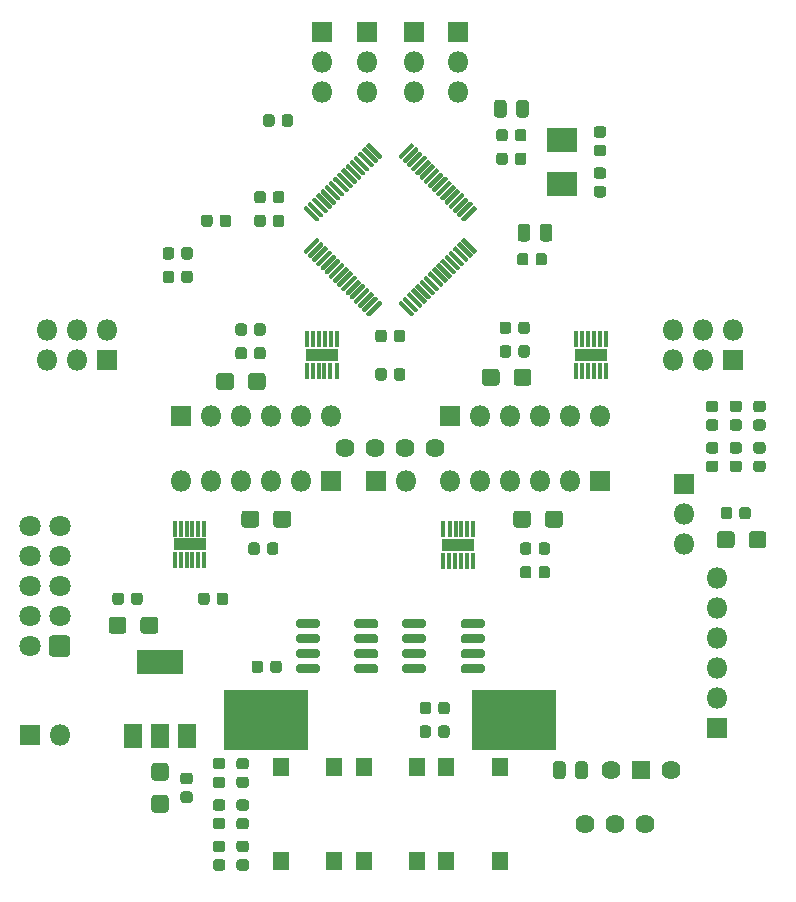
<source format=gbr>
%TF.GenerationSoftware,KiCad,Pcbnew,(5.1.6)-1*%
%TF.CreationDate,2021-08-15T13:32:02+02:00*%
%TF.ProjectId,sneak100_main_board,736e6561-6b31-4303-905f-6d61696e5f62,rev?*%
%TF.SameCoordinates,Original*%
%TF.FileFunction,Soldermask,Top*%
%TF.FilePolarity,Negative*%
%FSLAX46Y46*%
G04 Gerber Fmt 4.6, Leading zero omitted, Abs format (unit mm)*
G04 Created by KiCad (PCBNEW (5.1.6)-1) date 2021-08-15 13:32:02*
%MOMM*%
%LPD*%
G01*
G04 APERTURE LIST*
%ADD10R,0.350000X1.350000*%
%ADD11R,2.750000X1.100000*%
%ADD12C,1.800000*%
%ADD13O,1.800000X1.800000*%
%ADD14R,1.800000X1.800000*%
%ADD15C,1.624000*%
%ADD16R,7.100000X5.100000*%
%ADD17R,1.624000X1.624000*%
%ADD18R,1.600000X2.100000*%
%ADD19R,3.900000X2.100000*%
%ADD20R,1.400000X1.650000*%
%ADD21R,2.500000X2.100000*%
G04 APERTURE END LIST*
D10*
%TO.C,U4*%
X154250000Y-85375000D03*
X153750000Y-85375000D03*
X153275000Y-85375000D03*
X152775000Y-85375000D03*
X154750000Y-85375000D03*
X152250000Y-88025000D03*
X154750000Y-88025000D03*
D11*
X153500000Y-86700000D03*
D10*
X154250000Y-88025000D03*
X153750000Y-88025000D03*
X153250000Y-88025000D03*
X152250000Y-85375000D03*
X152750000Y-88025000D03*
%TD*%
%TO.C,U3*%
X131500000Y-85325000D03*
X131000000Y-85325000D03*
X130525000Y-85325000D03*
X130025000Y-85325000D03*
X132000000Y-85325000D03*
X129500000Y-87975000D03*
X132000000Y-87975000D03*
D11*
X130750000Y-86650000D03*
D10*
X131500000Y-87975000D03*
X131000000Y-87975000D03*
X130500000Y-87975000D03*
X129500000Y-85325000D03*
X130000000Y-87975000D03*
%TD*%
%TO.C,U2*%
X164000000Y-71925000D03*
X164500000Y-71925000D03*
X164975000Y-71925000D03*
X165475000Y-71925000D03*
X163500000Y-71925000D03*
X166000000Y-69275000D03*
X163500000Y-69275000D03*
D11*
X164750000Y-70600000D03*
D10*
X164000000Y-69275000D03*
X164500000Y-69275000D03*
X165000000Y-69275000D03*
X166000000Y-71925000D03*
X165500000Y-69275000D03*
%TD*%
%TO.C,U1*%
X141200000Y-71925000D03*
X141700000Y-71925000D03*
X142175000Y-71925000D03*
X142675000Y-71925000D03*
X140700000Y-71925000D03*
X143200000Y-69275000D03*
X140700000Y-69275000D03*
D11*
X141950000Y-70600000D03*
D10*
X141200000Y-69275000D03*
X141700000Y-69275000D03*
X142200000Y-69275000D03*
X143200000Y-71925000D03*
X142700000Y-69275000D03*
%TD*%
D12*
%TO.C,J13*%
X117210000Y-85090000D03*
X117210000Y-87630000D03*
X117210000Y-90170000D03*
X117210000Y-92710000D03*
X117210000Y-95250000D03*
X119750000Y-85090000D03*
X119750000Y-87630000D03*
X119750000Y-90170000D03*
X119750000Y-92710000D03*
G36*
G01*
X120650000Y-94614706D02*
X120650000Y-95885294D01*
G75*
G02*
X120385294Y-96150000I-264706J0D01*
G01*
X119114706Y-96150000D01*
G75*
G02*
X118850000Y-95885294I0J264706D01*
G01*
X118850000Y-94614706D01*
G75*
G02*
X119114706Y-94350000I264706J0D01*
G01*
X120385294Y-94350000D01*
G75*
G02*
X120650000Y-94614706I0J-264706D01*
G01*
G37*
%TD*%
D13*
%TO.C,J12*%
X171670000Y-68460000D03*
X171670000Y-71000000D03*
X174210000Y-68460000D03*
X174210000Y-71000000D03*
X176750000Y-68460000D03*
D14*
X176750000Y-71000000D03*
%TD*%
D13*
%TO.C,J11*%
X118670000Y-68460000D03*
X118670000Y-71000000D03*
X121210000Y-68460000D03*
X121210000Y-71000000D03*
X123750000Y-68460000D03*
D14*
X123750000Y-71000000D03*
%TD*%
D13*
%TO.C,J9*%
X153500000Y-48330000D03*
X153500000Y-45790000D03*
D14*
X153500000Y-43250000D03*
%TD*%
D13*
%TO.C,J8*%
X149750000Y-48330000D03*
X149750000Y-45790000D03*
D14*
X149750000Y-43250000D03*
%TD*%
D13*
%TO.C,J7*%
X145750000Y-48330000D03*
X145750000Y-45790000D03*
D14*
X145750000Y-43250000D03*
%TD*%
D13*
%TO.C,J6*%
X142000000Y-48330000D03*
X142000000Y-45790000D03*
D14*
X142000000Y-43250000D03*
%TD*%
%TO.C,C21*%
G36*
G01*
X178100000Y-86706482D02*
X178100000Y-85793518D01*
G75*
G02*
X178368518Y-85525000I268518J0D01*
G01*
X179331482Y-85525000D01*
G75*
G02*
X179600000Y-85793518I0J-268518D01*
G01*
X179600000Y-86706482D01*
G75*
G02*
X179331482Y-86975000I-268518J0D01*
G01*
X178368518Y-86975000D01*
G75*
G02*
X178100000Y-86706482I0J268518D01*
G01*
G37*
G36*
G01*
X175400000Y-86706482D02*
X175400000Y-85793518D01*
G75*
G02*
X175668518Y-85525000I268518J0D01*
G01*
X176631482Y-85525000D01*
G75*
G02*
X176900000Y-85793518I0J-268518D01*
G01*
X176900000Y-86706482D01*
G75*
G02*
X176631482Y-86975000I-268518J0D01*
G01*
X175668518Y-86975000D01*
G75*
G02*
X175400000Y-86706482I0J268518D01*
G01*
G37*
%TD*%
%TO.C,C12*%
G36*
G01*
X160850000Y-84956482D02*
X160850000Y-84043518D01*
G75*
G02*
X161118518Y-83775000I268518J0D01*
G01*
X162081482Y-83775000D01*
G75*
G02*
X162350000Y-84043518I0J-268518D01*
G01*
X162350000Y-84956482D01*
G75*
G02*
X162081482Y-85225000I-268518J0D01*
G01*
X161118518Y-85225000D01*
G75*
G02*
X160850000Y-84956482I0J268518D01*
G01*
G37*
G36*
G01*
X158150000Y-84956482D02*
X158150000Y-84043518D01*
G75*
G02*
X158418518Y-83775000I268518J0D01*
G01*
X159381482Y-83775000D01*
G75*
G02*
X159650000Y-84043518I0J-268518D01*
G01*
X159650000Y-84956482D01*
G75*
G02*
X159381482Y-85225000I-268518J0D01*
G01*
X158418518Y-85225000D01*
G75*
G02*
X158150000Y-84956482I0J268518D01*
G01*
G37*
%TD*%
%TO.C,C9*%
G36*
G01*
X137850000Y-84956482D02*
X137850000Y-84043518D01*
G75*
G02*
X138118518Y-83775000I268518J0D01*
G01*
X139081482Y-83775000D01*
G75*
G02*
X139350000Y-84043518I0J-268518D01*
G01*
X139350000Y-84956482D01*
G75*
G02*
X139081482Y-85225000I-268518J0D01*
G01*
X138118518Y-85225000D01*
G75*
G02*
X137850000Y-84956482I0J268518D01*
G01*
G37*
G36*
G01*
X135150000Y-84956482D02*
X135150000Y-84043518D01*
G75*
G02*
X135418518Y-83775000I268518J0D01*
G01*
X136381482Y-83775000D01*
G75*
G02*
X136650000Y-84043518I0J-268518D01*
G01*
X136650000Y-84956482D01*
G75*
G02*
X136381482Y-85225000I-268518J0D01*
G01*
X135418518Y-85225000D01*
G75*
G02*
X135150000Y-84956482I0J268518D01*
G01*
G37*
%TD*%
%TO.C,C6*%
G36*
G01*
X157000000Y-72043518D02*
X157000000Y-72956482D01*
G75*
G02*
X156731482Y-73225000I-268518J0D01*
G01*
X155768518Y-73225000D01*
G75*
G02*
X155500000Y-72956482I0J268518D01*
G01*
X155500000Y-72043518D01*
G75*
G02*
X155768518Y-71775000I268518J0D01*
G01*
X156731482Y-71775000D01*
G75*
G02*
X157000000Y-72043518I0J-268518D01*
G01*
G37*
G36*
G01*
X159700000Y-72043518D02*
X159700000Y-72956482D01*
G75*
G02*
X159431482Y-73225000I-268518J0D01*
G01*
X158468518Y-73225000D01*
G75*
G02*
X158200000Y-72956482I0J268518D01*
G01*
X158200000Y-72043518D01*
G75*
G02*
X158468518Y-71775000I268518J0D01*
G01*
X159431482Y-71775000D01*
G75*
G02*
X159700000Y-72043518I0J-268518D01*
G01*
G37*
%TD*%
%TO.C,C3*%
G36*
G01*
X134500000Y-72393518D02*
X134500000Y-73306482D01*
G75*
G02*
X134231482Y-73575000I-268518J0D01*
G01*
X133268518Y-73575000D01*
G75*
G02*
X133000000Y-73306482I0J268518D01*
G01*
X133000000Y-72393518D01*
G75*
G02*
X133268518Y-72125000I268518J0D01*
G01*
X134231482Y-72125000D01*
G75*
G02*
X134500000Y-72393518I0J-268518D01*
G01*
G37*
G36*
G01*
X137200000Y-72393518D02*
X137200000Y-73306482D01*
G75*
G02*
X136931482Y-73575000I-268518J0D01*
G01*
X135968518Y-73575000D01*
G75*
G02*
X135700000Y-73306482I0J268518D01*
G01*
X135700000Y-72393518D01*
G75*
G02*
X135968518Y-72125000I268518J0D01*
G01*
X136931482Y-72125000D01*
G75*
G02*
X137200000Y-72393518I0J-268518D01*
G01*
G37*
%TD*%
D13*
%TO.C,JP1*%
X119790000Y-102750000D03*
D14*
X117250000Y-102750000D03*
%TD*%
%TO.C,C16*%
G36*
G01*
X125400000Y-93043518D02*
X125400000Y-93956482D01*
G75*
G02*
X125131482Y-94225000I-268518J0D01*
G01*
X124168518Y-94225000D01*
G75*
G02*
X123900000Y-93956482I0J268518D01*
G01*
X123900000Y-93043518D01*
G75*
G02*
X124168518Y-92775000I268518J0D01*
G01*
X125131482Y-92775000D01*
G75*
G02*
X125400000Y-93043518I0J-268518D01*
G01*
G37*
G36*
G01*
X128100000Y-93043518D02*
X128100000Y-93956482D01*
G75*
G02*
X127831482Y-94225000I-268518J0D01*
G01*
X126868518Y-94225000D01*
G75*
G02*
X126600000Y-93956482I0J268518D01*
G01*
X126600000Y-93043518D01*
G75*
G02*
X126868518Y-92775000I268518J0D01*
G01*
X127831482Y-92775000D01*
G75*
G02*
X128100000Y-93043518I0J-268518D01*
G01*
G37*
%TD*%
%TO.C,C15*%
G36*
G01*
X127793518Y-107850000D02*
X128706482Y-107850000D01*
G75*
G02*
X128975000Y-108118518I0J-268518D01*
G01*
X128975000Y-109081482D01*
G75*
G02*
X128706482Y-109350000I-268518J0D01*
G01*
X127793518Y-109350000D01*
G75*
G02*
X127525000Y-109081482I0J268518D01*
G01*
X127525000Y-108118518D01*
G75*
G02*
X127793518Y-107850000I268518J0D01*
G01*
G37*
G36*
G01*
X127793518Y-105150000D02*
X128706482Y-105150000D01*
G75*
G02*
X128975000Y-105418518I0J-268518D01*
G01*
X128975000Y-106381482D01*
G75*
G02*
X128706482Y-106650000I-268518J0D01*
G01*
X127793518Y-106650000D01*
G75*
G02*
X127525000Y-106381482I0J268518D01*
G01*
X127525000Y-105418518D01*
G75*
G02*
X127793518Y-105150000I268518J0D01*
G01*
G37*
%TD*%
%TO.C,C13*%
G36*
G01*
X162600000Y-105268750D02*
X162600000Y-106231250D01*
G75*
G02*
X162331250Y-106500000I-268750J0D01*
G01*
X161793750Y-106500000D01*
G75*
G02*
X161525000Y-106231250I0J268750D01*
G01*
X161525000Y-105268750D01*
G75*
G02*
X161793750Y-105000000I268750J0D01*
G01*
X162331250Y-105000000D01*
G75*
G02*
X162600000Y-105268750I0J-268750D01*
G01*
G37*
G36*
G01*
X164475000Y-105268750D02*
X164475000Y-106231250D01*
G75*
G02*
X164206250Y-106500000I-268750J0D01*
G01*
X163668750Y-106500000D01*
G75*
G02*
X163400000Y-106231250I0J268750D01*
G01*
X163400000Y-105268750D01*
G75*
G02*
X163668750Y-105000000I268750J0D01*
G01*
X164206250Y-105000000D01*
G75*
G02*
X164475000Y-105268750I0J-268750D01*
G01*
G37*
%TD*%
%TO.C,Q2*%
G36*
G01*
X150800000Y-96980000D02*
X150800000Y-97330000D01*
G75*
G02*
X150625000Y-97505000I-175000J0D01*
G01*
X148925000Y-97505000D01*
G75*
G02*
X148750000Y-97330000I0J175000D01*
G01*
X148750000Y-96980000D01*
G75*
G02*
X148925000Y-96805000I175000J0D01*
G01*
X150625000Y-96805000D01*
G75*
G02*
X150800000Y-96980000I0J-175000D01*
G01*
G37*
G36*
G01*
X150800000Y-95710000D02*
X150800000Y-96060000D01*
G75*
G02*
X150625000Y-96235000I-175000J0D01*
G01*
X148925000Y-96235000D01*
G75*
G02*
X148750000Y-96060000I0J175000D01*
G01*
X148750000Y-95710000D01*
G75*
G02*
X148925000Y-95535000I175000J0D01*
G01*
X150625000Y-95535000D01*
G75*
G02*
X150800000Y-95710000I0J-175000D01*
G01*
G37*
G36*
G01*
X150800000Y-94440000D02*
X150800000Y-94790000D01*
G75*
G02*
X150625000Y-94965000I-175000J0D01*
G01*
X148925000Y-94965000D01*
G75*
G02*
X148750000Y-94790000I0J175000D01*
G01*
X148750000Y-94440000D01*
G75*
G02*
X148925000Y-94265000I175000J0D01*
G01*
X150625000Y-94265000D01*
G75*
G02*
X150800000Y-94440000I0J-175000D01*
G01*
G37*
G36*
G01*
X150800000Y-93170000D02*
X150800000Y-93520000D01*
G75*
G02*
X150625000Y-93695000I-175000J0D01*
G01*
X148925000Y-93695000D01*
G75*
G02*
X148750000Y-93520000I0J175000D01*
G01*
X148750000Y-93170000D01*
G75*
G02*
X148925000Y-92995000I175000J0D01*
G01*
X150625000Y-92995000D01*
G75*
G02*
X150800000Y-93170000I0J-175000D01*
G01*
G37*
G36*
G01*
X155750000Y-93170000D02*
X155750000Y-93520000D01*
G75*
G02*
X155575000Y-93695000I-175000J0D01*
G01*
X153875000Y-93695000D01*
G75*
G02*
X153700000Y-93520000I0J175000D01*
G01*
X153700000Y-93170000D01*
G75*
G02*
X153875000Y-92995000I175000J0D01*
G01*
X155575000Y-92995000D01*
G75*
G02*
X155750000Y-93170000I0J-175000D01*
G01*
G37*
G36*
G01*
X155750000Y-94440000D02*
X155750000Y-94790000D01*
G75*
G02*
X155575000Y-94965000I-175000J0D01*
G01*
X153875000Y-94965000D01*
G75*
G02*
X153700000Y-94790000I0J175000D01*
G01*
X153700000Y-94440000D01*
G75*
G02*
X153875000Y-94265000I175000J0D01*
G01*
X155575000Y-94265000D01*
G75*
G02*
X155750000Y-94440000I0J-175000D01*
G01*
G37*
G36*
G01*
X155750000Y-95710000D02*
X155750000Y-96060000D01*
G75*
G02*
X155575000Y-96235000I-175000J0D01*
G01*
X153875000Y-96235000D01*
G75*
G02*
X153700000Y-96060000I0J175000D01*
G01*
X153700000Y-95710000D01*
G75*
G02*
X153875000Y-95535000I175000J0D01*
G01*
X155575000Y-95535000D01*
G75*
G02*
X155750000Y-95710000I0J-175000D01*
G01*
G37*
G36*
G01*
X155750000Y-96980000D02*
X155750000Y-97330000D01*
G75*
G02*
X155575000Y-97505000I-175000J0D01*
G01*
X153875000Y-97505000D01*
G75*
G02*
X153700000Y-97330000I0J175000D01*
G01*
X153700000Y-96980000D01*
G75*
G02*
X153875000Y-96805000I175000J0D01*
G01*
X155575000Y-96805000D01*
G75*
G02*
X155750000Y-96980000I0J-175000D01*
G01*
G37*
%TD*%
%TO.C,Q1*%
G36*
G01*
X144700000Y-93520000D02*
X144700000Y-93170000D01*
G75*
G02*
X144875000Y-92995000I175000J0D01*
G01*
X146575000Y-92995000D01*
G75*
G02*
X146750000Y-93170000I0J-175000D01*
G01*
X146750000Y-93520000D01*
G75*
G02*
X146575000Y-93695000I-175000J0D01*
G01*
X144875000Y-93695000D01*
G75*
G02*
X144700000Y-93520000I0J175000D01*
G01*
G37*
G36*
G01*
X144700000Y-94790000D02*
X144700000Y-94440000D01*
G75*
G02*
X144875000Y-94265000I175000J0D01*
G01*
X146575000Y-94265000D01*
G75*
G02*
X146750000Y-94440000I0J-175000D01*
G01*
X146750000Y-94790000D01*
G75*
G02*
X146575000Y-94965000I-175000J0D01*
G01*
X144875000Y-94965000D01*
G75*
G02*
X144700000Y-94790000I0J175000D01*
G01*
G37*
G36*
G01*
X144700000Y-96060000D02*
X144700000Y-95710000D01*
G75*
G02*
X144875000Y-95535000I175000J0D01*
G01*
X146575000Y-95535000D01*
G75*
G02*
X146750000Y-95710000I0J-175000D01*
G01*
X146750000Y-96060000D01*
G75*
G02*
X146575000Y-96235000I-175000J0D01*
G01*
X144875000Y-96235000D01*
G75*
G02*
X144700000Y-96060000I0J175000D01*
G01*
G37*
G36*
G01*
X144700000Y-97330000D02*
X144700000Y-96980000D01*
G75*
G02*
X144875000Y-96805000I175000J0D01*
G01*
X146575000Y-96805000D01*
G75*
G02*
X146750000Y-96980000I0J-175000D01*
G01*
X146750000Y-97330000D01*
G75*
G02*
X146575000Y-97505000I-175000J0D01*
G01*
X144875000Y-97505000D01*
G75*
G02*
X144700000Y-97330000I0J175000D01*
G01*
G37*
G36*
G01*
X139750000Y-97330000D02*
X139750000Y-96980000D01*
G75*
G02*
X139925000Y-96805000I175000J0D01*
G01*
X141625000Y-96805000D01*
G75*
G02*
X141800000Y-96980000I0J-175000D01*
G01*
X141800000Y-97330000D01*
G75*
G02*
X141625000Y-97505000I-175000J0D01*
G01*
X139925000Y-97505000D01*
G75*
G02*
X139750000Y-97330000I0J175000D01*
G01*
G37*
G36*
G01*
X139750000Y-96060000D02*
X139750000Y-95710000D01*
G75*
G02*
X139925000Y-95535000I175000J0D01*
G01*
X141625000Y-95535000D01*
G75*
G02*
X141800000Y-95710000I0J-175000D01*
G01*
X141800000Y-96060000D01*
G75*
G02*
X141625000Y-96235000I-175000J0D01*
G01*
X139925000Y-96235000D01*
G75*
G02*
X139750000Y-96060000I0J175000D01*
G01*
G37*
G36*
G01*
X139750000Y-94790000D02*
X139750000Y-94440000D01*
G75*
G02*
X139925000Y-94265000I175000J0D01*
G01*
X141625000Y-94265000D01*
G75*
G02*
X141800000Y-94440000I0J-175000D01*
G01*
X141800000Y-94790000D01*
G75*
G02*
X141625000Y-94965000I-175000J0D01*
G01*
X139925000Y-94965000D01*
G75*
G02*
X139750000Y-94790000I0J175000D01*
G01*
G37*
G36*
G01*
X139750000Y-93520000D02*
X139750000Y-93170000D01*
G75*
G02*
X139925000Y-92995000I175000J0D01*
G01*
X141625000Y-92995000D01*
G75*
G02*
X141800000Y-93170000I0J-175000D01*
G01*
X141800000Y-93520000D01*
G75*
G02*
X141625000Y-93695000I-175000J0D01*
G01*
X139925000Y-93695000D01*
G75*
G02*
X139750000Y-93520000I0J175000D01*
G01*
G37*
%TD*%
D13*
%TO.C,J5*%
X149040000Y-81250000D03*
D14*
X146500000Y-81250000D03*
%TD*%
D13*
%TO.C,J4*%
X152800000Y-81250000D03*
X155340000Y-81250000D03*
X157880000Y-81250000D03*
X160420000Y-81250000D03*
X162960000Y-81250000D03*
D14*
X165500000Y-81250000D03*
%TD*%
D13*
%TO.C,J3*%
X130000000Y-81250000D03*
X132540000Y-81250000D03*
X135080000Y-81250000D03*
X137620000Y-81250000D03*
X140160000Y-81250000D03*
D14*
X142700000Y-81250000D03*
%TD*%
D13*
%TO.C,J2*%
X165500000Y-75750000D03*
X162960000Y-75750000D03*
X160420000Y-75750000D03*
X157880000Y-75750000D03*
X155340000Y-75750000D03*
D14*
X152800000Y-75750000D03*
%TD*%
D13*
%TO.C,J1*%
X142700000Y-75750000D03*
X140160000Y-75750000D03*
X137620000Y-75750000D03*
X135080000Y-75750000D03*
X132540000Y-75750000D03*
D14*
X130000000Y-75750000D03*
%TD*%
D15*
%TO.C,SW1*%
X169290000Y-110300000D03*
X166750000Y-110300000D03*
X164210000Y-110300000D03*
%TD*%
D16*
%TO.C,U7*%
X158250000Y-101500000D03*
X137250000Y-101500000D03*
D15*
X151560000Y-78440000D03*
X149020000Y-78440000D03*
X146480000Y-78440000D03*
X143940000Y-78440000D03*
%TD*%
%TO.C,U6*%
X171540000Y-105750000D03*
D17*
X169000000Y-105750000D03*
D15*
X166460000Y-105750000D03*
%TD*%
D18*
%TO.C,U5*%
X125950000Y-102900000D03*
X130550000Y-102900000D03*
X128250000Y-102900000D03*
D19*
X128250000Y-96600000D03*
%TD*%
D13*
%TO.C,U8*%
X172650000Y-86630000D03*
X172650000Y-84090000D03*
D14*
X172650000Y-81550000D03*
%TD*%
%TO.C,U9*%
G36*
G01*
X154043250Y-60707107D02*
X155068555Y-61732412D01*
G75*
G02*
X155068555Y-61873834I-70711J-70711D01*
G01*
X154927134Y-62015255D01*
G75*
G02*
X154785712Y-62015255I-70711J70711D01*
G01*
X153760407Y-60989950D01*
G75*
G02*
X153760407Y-60848528I70711J70711D01*
G01*
X153901828Y-60707107D01*
G75*
G02*
X154043250Y-60707107I70711J-70711D01*
G01*
G37*
G36*
G01*
X153689697Y-61060660D02*
X154715002Y-62085965D01*
G75*
G02*
X154715002Y-62227387I-70711J-70711D01*
G01*
X154573581Y-62368808D01*
G75*
G02*
X154432159Y-62368808I-70711J70711D01*
G01*
X153406854Y-61343503D01*
G75*
G02*
X153406854Y-61202081I70711J70711D01*
G01*
X153548275Y-61060660D01*
G75*
G02*
X153689697Y-61060660I70711J-70711D01*
G01*
G37*
G36*
G01*
X153336144Y-61414213D02*
X154361449Y-62439518D01*
G75*
G02*
X154361449Y-62580940I-70711J-70711D01*
G01*
X154220028Y-62722361D01*
G75*
G02*
X154078606Y-62722361I-70711J70711D01*
G01*
X153053301Y-61697056D01*
G75*
G02*
X153053301Y-61555634I70711J70711D01*
G01*
X153194722Y-61414213D01*
G75*
G02*
X153336144Y-61414213I70711J-70711D01*
G01*
G37*
G36*
G01*
X152982590Y-61767767D02*
X154007895Y-62793072D01*
G75*
G02*
X154007895Y-62934494I-70711J-70711D01*
G01*
X153866474Y-63075915D01*
G75*
G02*
X153725052Y-63075915I-70711J70711D01*
G01*
X152699747Y-62050610D01*
G75*
G02*
X152699747Y-61909188I70711J70711D01*
G01*
X152841168Y-61767767D01*
G75*
G02*
X152982590Y-61767767I70711J-70711D01*
G01*
G37*
G36*
G01*
X152629037Y-62121320D02*
X153654342Y-63146625D01*
G75*
G02*
X153654342Y-63288047I-70711J-70711D01*
G01*
X153512921Y-63429468D01*
G75*
G02*
X153371499Y-63429468I-70711J70711D01*
G01*
X152346194Y-62404163D01*
G75*
G02*
X152346194Y-62262741I70711J70711D01*
G01*
X152487615Y-62121320D01*
G75*
G02*
X152629037Y-62121320I70711J-70711D01*
G01*
G37*
G36*
G01*
X152275483Y-62474874D02*
X153300788Y-63500179D01*
G75*
G02*
X153300788Y-63641601I-70711J-70711D01*
G01*
X153159367Y-63783022D01*
G75*
G02*
X153017945Y-63783022I-70711J70711D01*
G01*
X151992640Y-62757717D01*
G75*
G02*
X151992640Y-62616295I70711J70711D01*
G01*
X152134061Y-62474874D01*
G75*
G02*
X152275483Y-62474874I70711J-70711D01*
G01*
G37*
G36*
G01*
X151921930Y-62828427D02*
X152947235Y-63853732D01*
G75*
G02*
X152947235Y-63995154I-70711J-70711D01*
G01*
X152805814Y-64136575D01*
G75*
G02*
X152664392Y-64136575I-70711J70711D01*
G01*
X151639087Y-63111270D01*
G75*
G02*
X151639087Y-62969848I70711J70711D01*
G01*
X151780508Y-62828427D01*
G75*
G02*
X151921930Y-62828427I70711J-70711D01*
G01*
G37*
G36*
G01*
X151568377Y-63181980D02*
X152593682Y-64207285D01*
G75*
G02*
X152593682Y-64348707I-70711J-70711D01*
G01*
X152452261Y-64490128D01*
G75*
G02*
X152310839Y-64490128I-70711J70711D01*
G01*
X151285534Y-63464823D01*
G75*
G02*
X151285534Y-63323401I70711J70711D01*
G01*
X151426955Y-63181980D01*
G75*
G02*
X151568377Y-63181980I70711J-70711D01*
G01*
G37*
G36*
G01*
X151214823Y-63535534D02*
X152240128Y-64560839D01*
G75*
G02*
X152240128Y-64702261I-70711J-70711D01*
G01*
X152098707Y-64843682D01*
G75*
G02*
X151957285Y-64843682I-70711J70711D01*
G01*
X150931980Y-63818377D01*
G75*
G02*
X150931980Y-63676955I70711J70711D01*
G01*
X151073401Y-63535534D01*
G75*
G02*
X151214823Y-63535534I70711J-70711D01*
G01*
G37*
G36*
G01*
X150861270Y-63889087D02*
X151886575Y-64914392D01*
G75*
G02*
X151886575Y-65055814I-70711J-70711D01*
G01*
X151745154Y-65197235D01*
G75*
G02*
X151603732Y-65197235I-70711J70711D01*
G01*
X150578427Y-64171930D01*
G75*
G02*
X150578427Y-64030508I70711J70711D01*
G01*
X150719848Y-63889087D01*
G75*
G02*
X150861270Y-63889087I70711J-70711D01*
G01*
G37*
G36*
G01*
X150507717Y-64242640D02*
X151533022Y-65267945D01*
G75*
G02*
X151533022Y-65409367I-70711J-70711D01*
G01*
X151391601Y-65550788D01*
G75*
G02*
X151250179Y-65550788I-70711J70711D01*
G01*
X150224874Y-64525483D01*
G75*
G02*
X150224874Y-64384061I70711J70711D01*
G01*
X150366295Y-64242640D01*
G75*
G02*
X150507717Y-64242640I70711J-70711D01*
G01*
G37*
G36*
G01*
X150154163Y-64596194D02*
X151179468Y-65621499D01*
G75*
G02*
X151179468Y-65762921I-70711J-70711D01*
G01*
X151038047Y-65904342D01*
G75*
G02*
X150896625Y-65904342I-70711J70711D01*
G01*
X149871320Y-64879037D01*
G75*
G02*
X149871320Y-64737615I70711J70711D01*
G01*
X150012741Y-64596194D01*
G75*
G02*
X150154163Y-64596194I70711J-70711D01*
G01*
G37*
G36*
G01*
X149800610Y-64949747D02*
X150825915Y-65975052D01*
G75*
G02*
X150825915Y-66116474I-70711J-70711D01*
G01*
X150684494Y-66257895D01*
G75*
G02*
X150543072Y-66257895I-70711J70711D01*
G01*
X149517767Y-65232590D01*
G75*
G02*
X149517767Y-65091168I70711J70711D01*
G01*
X149659188Y-64949747D01*
G75*
G02*
X149800610Y-64949747I70711J-70711D01*
G01*
G37*
G36*
G01*
X149447056Y-65303301D02*
X150472361Y-66328606D01*
G75*
G02*
X150472361Y-66470028I-70711J-70711D01*
G01*
X150330940Y-66611449D01*
G75*
G02*
X150189518Y-66611449I-70711J70711D01*
G01*
X149164213Y-65586144D01*
G75*
G02*
X149164213Y-65444722I70711J70711D01*
G01*
X149305634Y-65303301D01*
G75*
G02*
X149447056Y-65303301I70711J-70711D01*
G01*
G37*
G36*
G01*
X149093503Y-65656854D02*
X150118808Y-66682159D01*
G75*
G02*
X150118808Y-66823581I-70711J-70711D01*
G01*
X149977387Y-66965002D01*
G75*
G02*
X149835965Y-66965002I-70711J70711D01*
G01*
X148810660Y-65939697D01*
G75*
G02*
X148810660Y-65798275I70711J70711D01*
G01*
X148952081Y-65656854D01*
G75*
G02*
X149093503Y-65656854I70711J-70711D01*
G01*
G37*
G36*
G01*
X148739950Y-66010407D02*
X149765255Y-67035712D01*
G75*
G02*
X149765255Y-67177134I-70711J-70711D01*
G01*
X149623834Y-67318555D01*
G75*
G02*
X149482412Y-67318555I-70711J70711D01*
G01*
X148457107Y-66293250D01*
G75*
G02*
X148457107Y-66151828I70711J70711D01*
G01*
X148598528Y-66010407D01*
G75*
G02*
X148739950Y-66010407I70711J-70711D01*
G01*
G37*
G36*
G01*
X146901471Y-66010407D02*
X147042893Y-66151828D01*
G75*
G02*
X147042893Y-66293250I-70711J-70711D01*
G01*
X146017588Y-67318555D01*
G75*
G02*
X145876166Y-67318555I-70711J70711D01*
G01*
X145734745Y-67177134D01*
G75*
G02*
X145734745Y-67035712I70711J70711D01*
G01*
X146760050Y-66010407D01*
G75*
G02*
X146901472Y-66010407I70711J-70711D01*
G01*
G37*
G36*
G01*
X146547918Y-65656854D02*
X146689340Y-65798275D01*
G75*
G02*
X146689340Y-65939697I-70711J-70711D01*
G01*
X145664035Y-66965002D01*
G75*
G02*
X145522613Y-66965002I-70711J70711D01*
G01*
X145381192Y-66823581D01*
G75*
G02*
X145381192Y-66682159I70711J70711D01*
G01*
X146406497Y-65656854D01*
G75*
G02*
X146547919Y-65656854I70711J-70711D01*
G01*
G37*
G36*
G01*
X146194365Y-65303301D02*
X146335787Y-65444722D01*
G75*
G02*
X146335787Y-65586144I-70711J-70711D01*
G01*
X145310482Y-66611449D01*
G75*
G02*
X145169060Y-66611449I-70711J70711D01*
G01*
X145027639Y-66470028D01*
G75*
G02*
X145027639Y-66328606I70711J70711D01*
G01*
X146052944Y-65303301D01*
G75*
G02*
X146194366Y-65303301I70711J-70711D01*
G01*
G37*
G36*
G01*
X145840811Y-64949747D02*
X145982233Y-65091168D01*
G75*
G02*
X145982233Y-65232590I-70711J-70711D01*
G01*
X144956928Y-66257895D01*
G75*
G02*
X144815506Y-66257895I-70711J70711D01*
G01*
X144674085Y-66116474D01*
G75*
G02*
X144674085Y-65975052I70711J70711D01*
G01*
X145699390Y-64949747D01*
G75*
G02*
X145840812Y-64949747I70711J-70711D01*
G01*
G37*
G36*
G01*
X145487258Y-64596194D02*
X145628680Y-64737615D01*
G75*
G02*
X145628680Y-64879037I-70711J-70711D01*
G01*
X144603375Y-65904342D01*
G75*
G02*
X144461953Y-65904342I-70711J70711D01*
G01*
X144320532Y-65762921D01*
G75*
G02*
X144320532Y-65621499I70711J70711D01*
G01*
X145345837Y-64596194D01*
G75*
G02*
X145487259Y-64596194I70711J-70711D01*
G01*
G37*
G36*
G01*
X145133704Y-64242640D02*
X145275126Y-64384061D01*
G75*
G02*
X145275126Y-64525483I-70711J-70711D01*
G01*
X144249821Y-65550788D01*
G75*
G02*
X144108399Y-65550788I-70711J70711D01*
G01*
X143966978Y-65409367D01*
G75*
G02*
X143966978Y-65267945I70711J70711D01*
G01*
X144992283Y-64242640D01*
G75*
G02*
X145133705Y-64242640I70711J-70711D01*
G01*
G37*
G36*
G01*
X144780151Y-63889087D02*
X144921573Y-64030508D01*
G75*
G02*
X144921573Y-64171930I-70711J-70711D01*
G01*
X143896268Y-65197235D01*
G75*
G02*
X143754846Y-65197235I-70711J70711D01*
G01*
X143613425Y-65055814D01*
G75*
G02*
X143613425Y-64914392I70711J70711D01*
G01*
X144638730Y-63889087D01*
G75*
G02*
X144780152Y-63889087I70711J-70711D01*
G01*
G37*
G36*
G01*
X144426598Y-63535534D02*
X144568020Y-63676955D01*
G75*
G02*
X144568020Y-63818377I-70711J-70711D01*
G01*
X143542715Y-64843682D01*
G75*
G02*
X143401293Y-64843682I-70711J70711D01*
G01*
X143259872Y-64702261D01*
G75*
G02*
X143259872Y-64560839I70711J70711D01*
G01*
X144285177Y-63535534D01*
G75*
G02*
X144426599Y-63535534I70711J-70711D01*
G01*
G37*
G36*
G01*
X144073044Y-63181980D02*
X144214466Y-63323401D01*
G75*
G02*
X144214466Y-63464823I-70711J-70711D01*
G01*
X143189161Y-64490128D01*
G75*
G02*
X143047739Y-64490128I-70711J70711D01*
G01*
X142906318Y-64348707D01*
G75*
G02*
X142906318Y-64207285I70711J70711D01*
G01*
X143931623Y-63181980D01*
G75*
G02*
X144073045Y-63181980I70711J-70711D01*
G01*
G37*
G36*
G01*
X143719491Y-62828427D02*
X143860913Y-62969848D01*
G75*
G02*
X143860913Y-63111270I-70711J-70711D01*
G01*
X142835608Y-64136575D01*
G75*
G02*
X142694186Y-64136575I-70711J70711D01*
G01*
X142552765Y-63995154D01*
G75*
G02*
X142552765Y-63853732I70711J70711D01*
G01*
X143578070Y-62828427D01*
G75*
G02*
X143719492Y-62828427I70711J-70711D01*
G01*
G37*
G36*
G01*
X143365938Y-62474874D02*
X143507360Y-62616295D01*
G75*
G02*
X143507360Y-62757717I-70711J-70711D01*
G01*
X142482055Y-63783022D01*
G75*
G02*
X142340633Y-63783022I-70711J70711D01*
G01*
X142199212Y-63641601D01*
G75*
G02*
X142199212Y-63500179I70711J70711D01*
G01*
X143224517Y-62474874D01*
G75*
G02*
X143365939Y-62474874I70711J-70711D01*
G01*
G37*
G36*
G01*
X143012384Y-62121320D02*
X143153806Y-62262741D01*
G75*
G02*
X143153806Y-62404163I-70711J-70711D01*
G01*
X142128501Y-63429468D01*
G75*
G02*
X141987079Y-63429468I-70711J70711D01*
G01*
X141845658Y-63288047D01*
G75*
G02*
X141845658Y-63146625I70711J70711D01*
G01*
X142870963Y-62121320D01*
G75*
G02*
X143012385Y-62121320I70711J-70711D01*
G01*
G37*
G36*
G01*
X142658831Y-61767767D02*
X142800253Y-61909188D01*
G75*
G02*
X142800253Y-62050610I-70711J-70711D01*
G01*
X141774948Y-63075915D01*
G75*
G02*
X141633526Y-63075915I-70711J70711D01*
G01*
X141492105Y-62934494D01*
G75*
G02*
X141492105Y-62793072I70711J70711D01*
G01*
X142517410Y-61767767D01*
G75*
G02*
X142658832Y-61767767I70711J-70711D01*
G01*
G37*
G36*
G01*
X142305277Y-61414213D02*
X142446699Y-61555634D01*
G75*
G02*
X142446699Y-61697056I-70711J-70711D01*
G01*
X141421394Y-62722361D01*
G75*
G02*
X141279972Y-62722361I-70711J70711D01*
G01*
X141138551Y-62580940D01*
G75*
G02*
X141138551Y-62439518I70711J70711D01*
G01*
X142163856Y-61414213D01*
G75*
G02*
X142305278Y-61414213I70711J-70711D01*
G01*
G37*
G36*
G01*
X141951724Y-61060660D02*
X142093146Y-61202081D01*
G75*
G02*
X142093146Y-61343503I-70711J-70711D01*
G01*
X141067841Y-62368808D01*
G75*
G02*
X140926419Y-62368808I-70711J70711D01*
G01*
X140784998Y-62227387D01*
G75*
G02*
X140784998Y-62085965I70711J70711D01*
G01*
X141810303Y-61060660D01*
G75*
G02*
X141951725Y-61060660I70711J-70711D01*
G01*
G37*
G36*
G01*
X141598171Y-60707107D02*
X141739593Y-60848528D01*
G75*
G02*
X141739593Y-60989950I-70711J-70711D01*
G01*
X140714288Y-62015255D01*
G75*
G02*
X140572866Y-62015255I-70711J70711D01*
G01*
X140431445Y-61873834D01*
G75*
G02*
X140431445Y-61732412I70711J70711D01*
G01*
X141456750Y-60707107D01*
G75*
G02*
X141598172Y-60707107I70711J-70711D01*
G01*
G37*
G36*
G01*
X140714288Y-57984745D02*
X141739593Y-59010050D01*
G75*
G02*
X141739593Y-59151472I-70711J-70711D01*
G01*
X141598172Y-59292893D01*
G75*
G02*
X141456750Y-59292893I-70711J70711D01*
G01*
X140431445Y-58267588D01*
G75*
G02*
X140431445Y-58126166I70711J70711D01*
G01*
X140572866Y-57984745D01*
G75*
G02*
X140714288Y-57984745I70711J-70711D01*
G01*
G37*
G36*
G01*
X141067841Y-57631192D02*
X142093146Y-58656497D01*
G75*
G02*
X142093146Y-58797919I-70711J-70711D01*
G01*
X141951725Y-58939340D01*
G75*
G02*
X141810303Y-58939340I-70711J70711D01*
G01*
X140784998Y-57914035D01*
G75*
G02*
X140784998Y-57772613I70711J70711D01*
G01*
X140926419Y-57631192D01*
G75*
G02*
X141067841Y-57631192I70711J-70711D01*
G01*
G37*
G36*
G01*
X141421394Y-57277639D02*
X142446699Y-58302944D01*
G75*
G02*
X142446699Y-58444366I-70711J-70711D01*
G01*
X142305278Y-58585787D01*
G75*
G02*
X142163856Y-58585787I-70711J70711D01*
G01*
X141138551Y-57560482D01*
G75*
G02*
X141138551Y-57419060I70711J70711D01*
G01*
X141279972Y-57277639D01*
G75*
G02*
X141421394Y-57277639I70711J-70711D01*
G01*
G37*
G36*
G01*
X141774948Y-56924085D02*
X142800253Y-57949390D01*
G75*
G02*
X142800253Y-58090812I-70711J-70711D01*
G01*
X142658832Y-58232233D01*
G75*
G02*
X142517410Y-58232233I-70711J70711D01*
G01*
X141492105Y-57206928D01*
G75*
G02*
X141492105Y-57065506I70711J70711D01*
G01*
X141633526Y-56924085D01*
G75*
G02*
X141774948Y-56924085I70711J-70711D01*
G01*
G37*
G36*
G01*
X142128501Y-56570532D02*
X143153806Y-57595837D01*
G75*
G02*
X143153806Y-57737259I-70711J-70711D01*
G01*
X143012385Y-57878680D01*
G75*
G02*
X142870963Y-57878680I-70711J70711D01*
G01*
X141845658Y-56853375D01*
G75*
G02*
X141845658Y-56711953I70711J70711D01*
G01*
X141987079Y-56570532D01*
G75*
G02*
X142128501Y-56570532I70711J-70711D01*
G01*
G37*
G36*
G01*
X142482055Y-56216978D02*
X143507360Y-57242283D01*
G75*
G02*
X143507360Y-57383705I-70711J-70711D01*
G01*
X143365939Y-57525126D01*
G75*
G02*
X143224517Y-57525126I-70711J70711D01*
G01*
X142199212Y-56499821D01*
G75*
G02*
X142199212Y-56358399I70711J70711D01*
G01*
X142340633Y-56216978D01*
G75*
G02*
X142482055Y-56216978I70711J-70711D01*
G01*
G37*
G36*
G01*
X142835608Y-55863425D02*
X143860913Y-56888730D01*
G75*
G02*
X143860913Y-57030152I-70711J-70711D01*
G01*
X143719492Y-57171573D01*
G75*
G02*
X143578070Y-57171573I-70711J70711D01*
G01*
X142552765Y-56146268D01*
G75*
G02*
X142552765Y-56004846I70711J70711D01*
G01*
X142694186Y-55863425D01*
G75*
G02*
X142835608Y-55863425I70711J-70711D01*
G01*
G37*
G36*
G01*
X143189161Y-55509872D02*
X144214466Y-56535177D01*
G75*
G02*
X144214466Y-56676599I-70711J-70711D01*
G01*
X144073045Y-56818020D01*
G75*
G02*
X143931623Y-56818020I-70711J70711D01*
G01*
X142906318Y-55792715D01*
G75*
G02*
X142906318Y-55651293I70711J70711D01*
G01*
X143047739Y-55509872D01*
G75*
G02*
X143189161Y-55509872I70711J-70711D01*
G01*
G37*
G36*
G01*
X143542715Y-55156318D02*
X144568020Y-56181623D01*
G75*
G02*
X144568020Y-56323045I-70711J-70711D01*
G01*
X144426599Y-56464466D01*
G75*
G02*
X144285177Y-56464466I-70711J70711D01*
G01*
X143259872Y-55439161D01*
G75*
G02*
X143259872Y-55297739I70711J70711D01*
G01*
X143401293Y-55156318D01*
G75*
G02*
X143542715Y-55156318I70711J-70711D01*
G01*
G37*
G36*
G01*
X143896268Y-54802765D02*
X144921573Y-55828070D01*
G75*
G02*
X144921573Y-55969492I-70711J-70711D01*
G01*
X144780152Y-56110913D01*
G75*
G02*
X144638730Y-56110913I-70711J70711D01*
G01*
X143613425Y-55085608D01*
G75*
G02*
X143613425Y-54944186I70711J70711D01*
G01*
X143754846Y-54802765D01*
G75*
G02*
X143896268Y-54802765I70711J-70711D01*
G01*
G37*
G36*
G01*
X144249821Y-54449212D02*
X145275126Y-55474517D01*
G75*
G02*
X145275126Y-55615939I-70711J-70711D01*
G01*
X145133705Y-55757360D01*
G75*
G02*
X144992283Y-55757360I-70711J70711D01*
G01*
X143966978Y-54732055D01*
G75*
G02*
X143966978Y-54590633I70711J70711D01*
G01*
X144108399Y-54449212D01*
G75*
G02*
X144249821Y-54449212I70711J-70711D01*
G01*
G37*
G36*
G01*
X144603375Y-54095658D02*
X145628680Y-55120963D01*
G75*
G02*
X145628680Y-55262385I-70711J-70711D01*
G01*
X145487259Y-55403806D01*
G75*
G02*
X145345837Y-55403806I-70711J70711D01*
G01*
X144320532Y-54378501D01*
G75*
G02*
X144320532Y-54237079I70711J70711D01*
G01*
X144461953Y-54095658D01*
G75*
G02*
X144603375Y-54095658I70711J-70711D01*
G01*
G37*
G36*
G01*
X144956928Y-53742105D02*
X145982233Y-54767410D01*
G75*
G02*
X145982233Y-54908832I-70711J-70711D01*
G01*
X145840812Y-55050253D01*
G75*
G02*
X145699390Y-55050253I-70711J70711D01*
G01*
X144674085Y-54024948D01*
G75*
G02*
X144674085Y-53883526I70711J70711D01*
G01*
X144815506Y-53742105D01*
G75*
G02*
X144956928Y-53742105I70711J-70711D01*
G01*
G37*
G36*
G01*
X145310482Y-53388551D02*
X146335787Y-54413856D01*
G75*
G02*
X146335787Y-54555278I-70711J-70711D01*
G01*
X146194366Y-54696699D01*
G75*
G02*
X146052944Y-54696699I-70711J70711D01*
G01*
X145027639Y-53671394D01*
G75*
G02*
X145027639Y-53529972I70711J70711D01*
G01*
X145169060Y-53388551D01*
G75*
G02*
X145310482Y-53388551I70711J-70711D01*
G01*
G37*
G36*
G01*
X145664035Y-53034998D02*
X146689340Y-54060303D01*
G75*
G02*
X146689340Y-54201725I-70711J-70711D01*
G01*
X146547919Y-54343146D01*
G75*
G02*
X146406497Y-54343146I-70711J70711D01*
G01*
X145381192Y-53317841D01*
G75*
G02*
X145381192Y-53176419I70711J70711D01*
G01*
X145522613Y-53034998D01*
G75*
G02*
X145664035Y-53034998I70711J-70711D01*
G01*
G37*
G36*
G01*
X146017588Y-52681445D02*
X147042893Y-53706750D01*
G75*
G02*
X147042893Y-53848172I-70711J-70711D01*
G01*
X146901472Y-53989593D01*
G75*
G02*
X146760050Y-53989593I-70711J70711D01*
G01*
X145734745Y-52964288D01*
G75*
G02*
X145734745Y-52822866I70711J70711D01*
G01*
X145876166Y-52681445D01*
G75*
G02*
X146017588Y-52681445I70711J-70711D01*
G01*
G37*
G36*
G01*
X149623833Y-52681445D02*
X149765255Y-52822866D01*
G75*
G02*
X149765255Y-52964288I-70711J-70711D01*
G01*
X148739950Y-53989593D01*
G75*
G02*
X148598528Y-53989593I-70711J70711D01*
G01*
X148457107Y-53848172D01*
G75*
G02*
X148457107Y-53706750I70711J70711D01*
G01*
X149482412Y-52681445D01*
G75*
G02*
X149623834Y-52681445I70711J-70711D01*
G01*
G37*
G36*
G01*
X149977386Y-53034998D02*
X150118808Y-53176419D01*
G75*
G02*
X150118808Y-53317841I-70711J-70711D01*
G01*
X149093503Y-54343146D01*
G75*
G02*
X148952081Y-54343146I-70711J70711D01*
G01*
X148810660Y-54201725D01*
G75*
G02*
X148810660Y-54060303I70711J70711D01*
G01*
X149835965Y-53034998D01*
G75*
G02*
X149977387Y-53034998I70711J-70711D01*
G01*
G37*
G36*
G01*
X150330939Y-53388551D02*
X150472361Y-53529972D01*
G75*
G02*
X150472361Y-53671394I-70711J-70711D01*
G01*
X149447056Y-54696699D01*
G75*
G02*
X149305634Y-54696699I-70711J70711D01*
G01*
X149164213Y-54555278D01*
G75*
G02*
X149164213Y-54413856I70711J70711D01*
G01*
X150189518Y-53388551D01*
G75*
G02*
X150330940Y-53388551I70711J-70711D01*
G01*
G37*
G36*
G01*
X150684493Y-53742105D02*
X150825915Y-53883526D01*
G75*
G02*
X150825915Y-54024948I-70711J-70711D01*
G01*
X149800610Y-55050253D01*
G75*
G02*
X149659188Y-55050253I-70711J70711D01*
G01*
X149517767Y-54908832D01*
G75*
G02*
X149517767Y-54767410I70711J70711D01*
G01*
X150543072Y-53742105D01*
G75*
G02*
X150684494Y-53742105I70711J-70711D01*
G01*
G37*
G36*
G01*
X151038046Y-54095658D02*
X151179468Y-54237079D01*
G75*
G02*
X151179468Y-54378501I-70711J-70711D01*
G01*
X150154163Y-55403806D01*
G75*
G02*
X150012741Y-55403806I-70711J70711D01*
G01*
X149871320Y-55262385D01*
G75*
G02*
X149871320Y-55120963I70711J70711D01*
G01*
X150896625Y-54095658D01*
G75*
G02*
X151038047Y-54095658I70711J-70711D01*
G01*
G37*
G36*
G01*
X151391600Y-54449212D02*
X151533022Y-54590633D01*
G75*
G02*
X151533022Y-54732055I-70711J-70711D01*
G01*
X150507717Y-55757360D01*
G75*
G02*
X150366295Y-55757360I-70711J70711D01*
G01*
X150224874Y-55615939D01*
G75*
G02*
X150224874Y-55474517I70711J70711D01*
G01*
X151250179Y-54449212D01*
G75*
G02*
X151391601Y-54449212I70711J-70711D01*
G01*
G37*
G36*
G01*
X151745153Y-54802765D02*
X151886575Y-54944186D01*
G75*
G02*
X151886575Y-55085608I-70711J-70711D01*
G01*
X150861270Y-56110913D01*
G75*
G02*
X150719848Y-56110913I-70711J70711D01*
G01*
X150578427Y-55969492D01*
G75*
G02*
X150578427Y-55828070I70711J70711D01*
G01*
X151603732Y-54802765D01*
G75*
G02*
X151745154Y-54802765I70711J-70711D01*
G01*
G37*
G36*
G01*
X152098706Y-55156318D02*
X152240128Y-55297739D01*
G75*
G02*
X152240128Y-55439161I-70711J-70711D01*
G01*
X151214823Y-56464466D01*
G75*
G02*
X151073401Y-56464466I-70711J70711D01*
G01*
X150931980Y-56323045D01*
G75*
G02*
X150931980Y-56181623I70711J70711D01*
G01*
X151957285Y-55156318D01*
G75*
G02*
X152098707Y-55156318I70711J-70711D01*
G01*
G37*
G36*
G01*
X152452260Y-55509872D02*
X152593682Y-55651293D01*
G75*
G02*
X152593682Y-55792715I-70711J-70711D01*
G01*
X151568377Y-56818020D01*
G75*
G02*
X151426955Y-56818020I-70711J70711D01*
G01*
X151285534Y-56676599D01*
G75*
G02*
X151285534Y-56535177I70711J70711D01*
G01*
X152310839Y-55509872D01*
G75*
G02*
X152452261Y-55509872I70711J-70711D01*
G01*
G37*
G36*
G01*
X152805813Y-55863425D02*
X152947235Y-56004846D01*
G75*
G02*
X152947235Y-56146268I-70711J-70711D01*
G01*
X151921930Y-57171573D01*
G75*
G02*
X151780508Y-57171573I-70711J70711D01*
G01*
X151639087Y-57030152D01*
G75*
G02*
X151639087Y-56888730I70711J70711D01*
G01*
X152664392Y-55863425D01*
G75*
G02*
X152805814Y-55863425I70711J-70711D01*
G01*
G37*
G36*
G01*
X153159366Y-56216978D02*
X153300788Y-56358399D01*
G75*
G02*
X153300788Y-56499821I-70711J-70711D01*
G01*
X152275483Y-57525126D01*
G75*
G02*
X152134061Y-57525126I-70711J70711D01*
G01*
X151992640Y-57383705D01*
G75*
G02*
X151992640Y-57242283I70711J70711D01*
G01*
X153017945Y-56216978D01*
G75*
G02*
X153159367Y-56216978I70711J-70711D01*
G01*
G37*
G36*
G01*
X153512920Y-56570532D02*
X153654342Y-56711953D01*
G75*
G02*
X153654342Y-56853375I-70711J-70711D01*
G01*
X152629037Y-57878680D01*
G75*
G02*
X152487615Y-57878680I-70711J70711D01*
G01*
X152346194Y-57737259D01*
G75*
G02*
X152346194Y-57595837I70711J70711D01*
G01*
X153371499Y-56570532D01*
G75*
G02*
X153512921Y-56570532I70711J-70711D01*
G01*
G37*
G36*
G01*
X153866473Y-56924085D02*
X154007895Y-57065506D01*
G75*
G02*
X154007895Y-57206928I-70711J-70711D01*
G01*
X152982590Y-58232233D01*
G75*
G02*
X152841168Y-58232233I-70711J70711D01*
G01*
X152699747Y-58090812D01*
G75*
G02*
X152699747Y-57949390I70711J70711D01*
G01*
X153725052Y-56924085D01*
G75*
G02*
X153866474Y-56924085I70711J-70711D01*
G01*
G37*
G36*
G01*
X154220027Y-57277639D02*
X154361449Y-57419060D01*
G75*
G02*
X154361449Y-57560482I-70711J-70711D01*
G01*
X153336144Y-58585787D01*
G75*
G02*
X153194722Y-58585787I-70711J70711D01*
G01*
X153053301Y-58444366D01*
G75*
G02*
X153053301Y-58302944I70711J70711D01*
G01*
X154078606Y-57277639D01*
G75*
G02*
X154220028Y-57277639I70711J-70711D01*
G01*
G37*
G36*
G01*
X154573580Y-57631192D02*
X154715002Y-57772613D01*
G75*
G02*
X154715002Y-57914035I-70711J-70711D01*
G01*
X153689697Y-58939340D01*
G75*
G02*
X153548275Y-58939340I-70711J70711D01*
G01*
X153406854Y-58797919D01*
G75*
G02*
X153406854Y-58656497I70711J70711D01*
G01*
X154432159Y-57631192D01*
G75*
G02*
X154573581Y-57631192I70711J-70711D01*
G01*
G37*
G36*
G01*
X154927133Y-57984745D02*
X155068555Y-58126166D01*
G75*
G02*
X155068555Y-58267588I-70711J-70711D01*
G01*
X154043250Y-59292893D01*
G75*
G02*
X153901828Y-59292893I-70711J70711D01*
G01*
X153760407Y-59151472D01*
G75*
G02*
X153760407Y-59010050I70711J70711D01*
G01*
X154785712Y-57984745D01*
G75*
G02*
X154927134Y-57984745I70711J-70711D01*
G01*
G37*
%TD*%
D20*
%TO.C,SW4*%
X152500000Y-113475000D03*
X157000000Y-113475000D03*
X157000000Y-105525000D03*
X152500000Y-105525000D03*
%TD*%
%TO.C,SW3*%
X145500000Y-113475000D03*
X150000000Y-113475000D03*
X150000000Y-105525000D03*
X145500000Y-105525000D03*
%TD*%
%TO.C,SW2*%
X138500000Y-113475000D03*
X143000000Y-113475000D03*
X143000000Y-105525000D03*
X138500000Y-105525000D03*
%TD*%
%TO.C,R11*%
G36*
G01*
X178718750Y-79550000D02*
X179281250Y-79550000D01*
G75*
G02*
X179525000Y-79793750I0J-243750D01*
G01*
X179525000Y-80281250D01*
G75*
G02*
X179281250Y-80525000I-243750J0D01*
G01*
X178718750Y-80525000D01*
G75*
G02*
X178475000Y-80281250I0J243750D01*
G01*
X178475000Y-79793750D01*
G75*
G02*
X178718750Y-79550000I243750J0D01*
G01*
G37*
G36*
G01*
X178718750Y-77975000D02*
X179281250Y-77975000D01*
G75*
G02*
X179525000Y-78218750I0J-243750D01*
G01*
X179525000Y-78706250D01*
G75*
G02*
X179281250Y-78950000I-243750J0D01*
G01*
X178718750Y-78950000D01*
G75*
G02*
X178475000Y-78706250I0J243750D01*
G01*
X178475000Y-78218750D01*
G75*
G02*
X178718750Y-77975000I243750J0D01*
G01*
G37*
%TD*%
%TO.C,D3*%
G36*
G01*
X178718750Y-76050000D02*
X179281250Y-76050000D01*
G75*
G02*
X179525000Y-76293750I0J-243750D01*
G01*
X179525000Y-76781250D01*
G75*
G02*
X179281250Y-77025000I-243750J0D01*
G01*
X178718750Y-77025000D01*
G75*
G02*
X178475000Y-76781250I0J243750D01*
G01*
X178475000Y-76293750D01*
G75*
G02*
X178718750Y-76050000I243750J0D01*
G01*
G37*
G36*
G01*
X178718750Y-74475000D02*
X179281250Y-74475000D01*
G75*
G02*
X179525000Y-74718750I0J-243750D01*
G01*
X179525000Y-75206250D01*
G75*
G02*
X179281250Y-75450000I-243750J0D01*
G01*
X178718750Y-75450000D01*
G75*
G02*
X178475000Y-75206250I0J243750D01*
G01*
X178475000Y-74718750D01*
G75*
G02*
X178718750Y-74475000I243750J0D01*
G01*
G37*
%TD*%
%TO.C,R10*%
G36*
G01*
X135531250Y-112700000D02*
X134968750Y-112700000D01*
G75*
G02*
X134725000Y-112456250I0J243750D01*
G01*
X134725000Y-111968750D01*
G75*
G02*
X134968750Y-111725000I243750J0D01*
G01*
X135531250Y-111725000D01*
G75*
G02*
X135775000Y-111968750I0J-243750D01*
G01*
X135775000Y-112456250D01*
G75*
G02*
X135531250Y-112700000I-243750J0D01*
G01*
G37*
G36*
G01*
X135531250Y-114275000D02*
X134968750Y-114275000D01*
G75*
G02*
X134725000Y-114031250I0J243750D01*
G01*
X134725000Y-113543750D01*
G75*
G02*
X134968750Y-113300000I243750J0D01*
G01*
X135531250Y-113300000D01*
G75*
G02*
X135775000Y-113543750I0J-243750D01*
G01*
X135775000Y-114031250D01*
G75*
G02*
X135531250Y-114275000I-243750J0D01*
G01*
G37*
%TD*%
%TO.C,R9*%
G36*
G01*
X134968750Y-109800000D02*
X135531250Y-109800000D01*
G75*
G02*
X135775000Y-110043750I0J-243750D01*
G01*
X135775000Y-110531250D01*
G75*
G02*
X135531250Y-110775000I-243750J0D01*
G01*
X134968750Y-110775000D01*
G75*
G02*
X134725000Y-110531250I0J243750D01*
G01*
X134725000Y-110043750D01*
G75*
G02*
X134968750Y-109800000I243750J0D01*
G01*
G37*
G36*
G01*
X134968750Y-108225000D02*
X135531250Y-108225000D01*
G75*
G02*
X135775000Y-108468750I0J-243750D01*
G01*
X135775000Y-108956250D01*
G75*
G02*
X135531250Y-109200000I-243750J0D01*
G01*
X134968750Y-109200000D01*
G75*
G02*
X134725000Y-108956250I0J243750D01*
G01*
X134725000Y-108468750D01*
G75*
G02*
X134968750Y-108225000I243750J0D01*
G01*
G37*
%TD*%
%TO.C,C20*%
G36*
G01*
X132968750Y-113300000D02*
X133531250Y-113300000D01*
G75*
G02*
X133775000Y-113543750I0J-243750D01*
G01*
X133775000Y-114031250D01*
G75*
G02*
X133531250Y-114275000I-243750J0D01*
G01*
X132968750Y-114275000D01*
G75*
G02*
X132725000Y-114031250I0J243750D01*
G01*
X132725000Y-113543750D01*
G75*
G02*
X132968750Y-113300000I243750J0D01*
G01*
G37*
G36*
G01*
X132968750Y-111725000D02*
X133531250Y-111725000D01*
G75*
G02*
X133775000Y-111968750I0J-243750D01*
G01*
X133775000Y-112456250D01*
G75*
G02*
X133531250Y-112700000I-243750J0D01*
G01*
X132968750Y-112700000D01*
G75*
G02*
X132725000Y-112456250I0J243750D01*
G01*
X132725000Y-111968750D01*
G75*
G02*
X132968750Y-111725000I243750J0D01*
G01*
G37*
%TD*%
%TO.C,C19*%
G36*
G01*
X133531250Y-109200000D02*
X132968750Y-109200000D01*
G75*
G02*
X132725000Y-108956250I0J243750D01*
G01*
X132725000Y-108468750D01*
G75*
G02*
X132968750Y-108225000I243750J0D01*
G01*
X133531250Y-108225000D01*
G75*
G02*
X133775000Y-108468750I0J-243750D01*
G01*
X133775000Y-108956250D01*
G75*
G02*
X133531250Y-109200000I-243750J0D01*
G01*
G37*
G36*
G01*
X133531250Y-110775000D02*
X132968750Y-110775000D01*
G75*
G02*
X132725000Y-110531250I0J243750D01*
G01*
X132725000Y-110043750D01*
G75*
G02*
X132968750Y-109800000I243750J0D01*
G01*
X133531250Y-109800000D01*
G75*
G02*
X133775000Y-110043750I0J-243750D01*
G01*
X133775000Y-110531250D01*
G75*
G02*
X133531250Y-110775000I-243750J0D01*
G01*
G37*
%TD*%
%TO.C,R12*%
G36*
G01*
X176700000Y-83718750D02*
X176700000Y-84281250D01*
G75*
G02*
X176456250Y-84525000I-243750J0D01*
G01*
X175968750Y-84525000D01*
G75*
G02*
X175725000Y-84281250I0J243750D01*
G01*
X175725000Y-83718750D01*
G75*
G02*
X175968750Y-83475000I243750J0D01*
G01*
X176456250Y-83475000D01*
G75*
G02*
X176700000Y-83718750I0J-243750D01*
G01*
G37*
G36*
G01*
X178275000Y-83718750D02*
X178275000Y-84281250D01*
G75*
G02*
X178031250Y-84525000I-243750J0D01*
G01*
X177543750Y-84525000D01*
G75*
G02*
X177300000Y-84281250I0J243750D01*
G01*
X177300000Y-83718750D01*
G75*
G02*
X177543750Y-83475000I243750J0D01*
G01*
X178031250Y-83475000D01*
G75*
G02*
X178275000Y-83718750I0J-243750D01*
G01*
G37*
%TD*%
%TO.C,R8*%
G36*
G01*
X135531250Y-105700000D02*
X134968750Y-105700000D01*
G75*
G02*
X134725000Y-105456250I0J243750D01*
G01*
X134725000Y-104968750D01*
G75*
G02*
X134968750Y-104725000I243750J0D01*
G01*
X135531250Y-104725000D01*
G75*
G02*
X135775000Y-104968750I0J-243750D01*
G01*
X135775000Y-105456250D01*
G75*
G02*
X135531250Y-105700000I-243750J0D01*
G01*
G37*
G36*
G01*
X135531250Y-107275000D02*
X134968750Y-107275000D01*
G75*
G02*
X134725000Y-107031250I0J243750D01*
G01*
X134725000Y-106543750D01*
G75*
G02*
X134968750Y-106300000I243750J0D01*
G01*
X135531250Y-106300000D01*
G75*
G02*
X135775000Y-106543750I0J-243750D01*
G01*
X135775000Y-107031250D01*
G75*
G02*
X135531250Y-107275000I-243750J0D01*
G01*
G37*
%TD*%
%TO.C,R7*%
G36*
G01*
X176718750Y-79550000D02*
X177281250Y-79550000D01*
G75*
G02*
X177525000Y-79793750I0J-243750D01*
G01*
X177525000Y-80281250D01*
G75*
G02*
X177281250Y-80525000I-243750J0D01*
G01*
X176718750Y-80525000D01*
G75*
G02*
X176475000Y-80281250I0J243750D01*
G01*
X176475000Y-79793750D01*
G75*
G02*
X176718750Y-79550000I243750J0D01*
G01*
G37*
G36*
G01*
X176718750Y-77975000D02*
X177281250Y-77975000D01*
G75*
G02*
X177525000Y-78218750I0J-243750D01*
G01*
X177525000Y-78706250D01*
G75*
G02*
X177281250Y-78950000I-243750J0D01*
G01*
X176718750Y-78950000D01*
G75*
G02*
X176475000Y-78706250I0J243750D01*
G01*
X176475000Y-78218750D01*
G75*
G02*
X176718750Y-77975000I243750J0D01*
G01*
G37*
%TD*%
%TO.C,R13*%
G36*
G01*
X133300000Y-59531250D02*
X133300000Y-58968750D01*
G75*
G02*
X133543750Y-58725000I243750J0D01*
G01*
X134031250Y-58725000D01*
G75*
G02*
X134275000Y-58968750I0J-243750D01*
G01*
X134275000Y-59531250D01*
G75*
G02*
X134031250Y-59775000I-243750J0D01*
G01*
X133543750Y-59775000D01*
G75*
G02*
X133300000Y-59531250I0J243750D01*
G01*
G37*
G36*
G01*
X131725000Y-59531250D02*
X131725000Y-58968750D01*
G75*
G02*
X131968750Y-58725000I243750J0D01*
G01*
X132456250Y-58725000D01*
G75*
G02*
X132700000Y-58968750I0J-243750D01*
G01*
X132700000Y-59531250D01*
G75*
G02*
X132456250Y-59775000I-243750J0D01*
G01*
X131968750Y-59775000D01*
G75*
G02*
X131725000Y-59531250I0J243750D01*
G01*
G37*
%TD*%
%TO.C,R6*%
G36*
G01*
X130050000Y-62281250D02*
X130050000Y-61718750D01*
G75*
G02*
X130293750Y-61475000I243750J0D01*
G01*
X130781250Y-61475000D01*
G75*
G02*
X131025000Y-61718750I0J-243750D01*
G01*
X131025000Y-62281250D01*
G75*
G02*
X130781250Y-62525000I-243750J0D01*
G01*
X130293750Y-62525000D01*
G75*
G02*
X130050000Y-62281250I0J243750D01*
G01*
G37*
G36*
G01*
X128475000Y-62281250D02*
X128475000Y-61718750D01*
G75*
G02*
X128718750Y-61475000I243750J0D01*
G01*
X129206250Y-61475000D01*
G75*
G02*
X129450000Y-61718750I0J-243750D01*
G01*
X129450000Y-62281250D01*
G75*
G02*
X129206250Y-62525000I-243750J0D01*
G01*
X128718750Y-62525000D01*
G75*
G02*
X128475000Y-62281250I0J243750D01*
G01*
G37*
%TD*%
%TO.C,R5*%
G36*
G01*
X175281250Y-78950000D02*
X174718750Y-78950000D01*
G75*
G02*
X174475000Y-78706250I0J243750D01*
G01*
X174475000Y-78218750D01*
G75*
G02*
X174718750Y-77975000I243750J0D01*
G01*
X175281250Y-77975000D01*
G75*
G02*
X175525000Y-78218750I0J-243750D01*
G01*
X175525000Y-78706250D01*
G75*
G02*
X175281250Y-78950000I-243750J0D01*
G01*
G37*
G36*
G01*
X175281250Y-80525000D02*
X174718750Y-80525000D01*
G75*
G02*
X174475000Y-80281250I0J243750D01*
G01*
X174475000Y-79793750D01*
G75*
G02*
X174718750Y-79550000I243750J0D01*
G01*
X175281250Y-79550000D01*
G75*
G02*
X175525000Y-79793750I0J-243750D01*
G01*
X175525000Y-80281250D01*
G75*
G02*
X175281250Y-80525000I-243750J0D01*
G01*
G37*
%TD*%
%TO.C,R4*%
G36*
G01*
X130050000Y-64281250D02*
X130050000Y-63718750D01*
G75*
G02*
X130293750Y-63475000I243750J0D01*
G01*
X130781250Y-63475000D01*
G75*
G02*
X131025000Y-63718750I0J-243750D01*
G01*
X131025000Y-64281250D01*
G75*
G02*
X130781250Y-64525000I-243750J0D01*
G01*
X130293750Y-64525000D01*
G75*
G02*
X130050000Y-64281250I0J243750D01*
G01*
G37*
G36*
G01*
X128475000Y-64281250D02*
X128475000Y-63718750D01*
G75*
G02*
X128718750Y-63475000I243750J0D01*
G01*
X129206250Y-63475000D01*
G75*
G02*
X129450000Y-63718750I0J-243750D01*
G01*
X129450000Y-64281250D01*
G75*
G02*
X129206250Y-64525000I-243750J0D01*
G01*
X128718750Y-64525000D01*
G75*
G02*
X128475000Y-64281250I0J243750D01*
G01*
G37*
%TD*%
%TO.C,R3*%
G36*
G01*
X151200000Y-102218750D02*
X151200000Y-102781250D01*
G75*
G02*
X150956250Y-103025000I-243750J0D01*
G01*
X150468750Y-103025000D01*
G75*
G02*
X150225000Y-102781250I0J243750D01*
G01*
X150225000Y-102218750D01*
G75*
G02*
X150468750Y-101975000I243750J0D01*
G01*
X150956250Y-101975000D01*
G75*
G02*
X151200000Y-102218750I0J-243750D01*
G01*
G37*
G36*
G01*
X152775000Y-102218750D02*
X152775000Y-102781250D01*
G75*
G02*
X152531250Y-103025000I-243750J0D01*
G01*
X152043750Y-103025000D01*
G75*
G02*
X151800000Y-102781250I0J243750D01*
G01*
X151800000Y-102218750D01*
G75*
G02*
X152043750Y-101975000I243750J0D01*
G01*
X152531250Y-101975000D01*
G75*
G02*
X152775000Y-102218750I0J-243750D01*
G01*
G37*
%TD*%
%TO.C,R2*%
G36*
G01*
X136987500Y-96718750D02*
X136987500Y-97281250D01*
G75*
G02*
X136743750Y-97525000I-243750J0D01*
G01*
X136256250Y-97525000D01*
G75*
G02*
X136012500Y-97281250I0J243750D01*
G01*
X136012500Y-96718750D01*
G75*
G02*
X136256250Y-96475000I243750J0D01*
G01*
X136743750Y-96475000D01*
G75*
G02*
X136987500Y-96718750I0J-243750D01*
G01*
G37*
G36*
G01*
X138562500Y-96718750D02*
X138562500Y-97281250D01*
G75*
G02*
X138318750Y-97525000I-243750J0D01*
G01*
X137831250Y-97525000D01*
G75*
G02*
X137587500Y-97281250I0J243750D01*
G01*
X137587500Y-96718750D01*
G75*
G02*
X137831250Y-96475000I243750J0D01*
G01*
X138318750Y-96475000D01*
G75*
G02*
X138562500Y-96718750I0J-243750D01*
G01*
G37*
%TD*%
%TO.C,R1*%
G36*
G01*
X151800000Y-100781250D02*
X151800000Y-100218750D01*
G75*
G02*
X152043750Y-99975000I243750J0D01*
G01*
X152531250Y-99975000D01*
G75*
G02*
X152775000Y-100218750I0J-243750D01*
G01*
X152775000Y-100781250D01*
G75*
G02*
X152531250Y-101025000I-243750J0D01*
G01*
X152043750Y-101025000D01*
G75*
G02*
X151800000Y-100781250I0J243750D01*
G01*
G37*
G36*
G01*
X150225000Y-100781250D02*
X150225000Y-100218750D01*
G75*
G02*
X150468750Y-99975000I243750J0D01*
G01*
X150956250Y-99975000D01*
G75*
G02*
X151200000Y-100218750I0J-243750D01*
G01*
X151200000Y-100781250D01*
G75*
G02*
X150956250Y-101025000I-243750J0D01*
G01*
X150468750Y-101025000D01*
G75*
G02*
X150225000Y-100781250I0J243750D01*
G01*
G37*
%TD*%
%TO.C,D1*%
G36*
G01*
X174718750Y-76050000D02*
X175281250Y-76050000D01*
G75*
G02*
X175525000Y-76293750I0J-243750D01*
G01*
X175525000Y-76781250D01*
G75*
G02*
X175281250Y-77025000I-243750J0D01*
G01*
X174718750Y-77025000D01*
G75*
G02*
X174475000Y-76781250I0J243750D01*
G01*
X174475000Y-76293750D01*
G75*
G02*
X174718750Y-76050000I243750J0D01*
G01*
G37*
G36*
G01*
X174718750Y-74475000D02*
X175281250Y-74475000D01*
G75*
G02*
X175525000Y-74718750I0J-243750D01*
G01*
X175525000Y-75206250D01*
G75*
G02*
X175281250Y-75450000I-243750J0D01*
G01*
X174718750Y-75450000D01*
G75*
G02*
X174475000Y-75206250I0J243750D01*
G01*
X174475000Y-74718750D01*
G75*
G02*
X174718750Y-74475000I243750J0D01*
G01*
G37*
%TD*%
%TO.C,D2*%
G36*
G01*
X176718750Y-76050000D02*
X177281250Y-76050000D01*
G75*
G02*
X177525000Y-76293750I0J-243750D01*
G01*
X177525000Y-76781250D01*
G75*
G02*
X177281250Y-77025000I-243750J0D01*
G01*
X176718750Y-77025000D01*
G75*
G02*
X176475000Y-76781250I0J243750D01*
G01*
X176475000Y-76293750D01*
G75*
G02*
X176718750Y-76050000I243750J0D01*
G01*
G37*
G36*
G01*
X176718750Y-74475000D02*
X177281250Y-74475000D01*
G75*
G02*
X177525000Y-74718750I0J-243750D01*
G01*
X177525000Y-75206250D01*
G75*
G02*
X177281250Y-75450000I-243750J0D01*
G01*
X176718750Y-75450000D01*
G75*
G02*
X176475000Y-75206250I0J243750D01*
G01*
X176475000Y-74718750D01*
G75*
G02*
X176718750Y-74475000I243750J0D01*
G01*
G37*
%TD*%
%TO.C,C31*%
G36*
G01*
X160050000Y-62781250D02*
X160050000Y-62218750D01*
G75*
G02*
X160293750Y-61975000I243750J0D01*
G01*
X160781250Y-61975000D01*
G75*
G02*
X161025000Y-62218750I0J-243750D01*
G01*
X161025000Y-62781250D01*
G75*
G02*
X160781250Y-63025000I-243750J0D01*
G01*
X160293750Y-63025000D01*
G75*
G02*
X160050000Y-62781250I0J243750D01*
G01*
G37*
G36*
G01*
X158475000Y-62781250D02*
X158475000Y-62218750D01*
G75*
G02*
X158718750Y-61975000I243750J0D01*
G01*
X159206250Y-61975000D01*
G75*
G02*
X159450000Y-62218750I0J-243750D01*
G01*
X159450000Y-62781250D01*
G75*
G02*
X159206250Y-63025000I-243750J0D01*
G01*
X158718750Y-63025000D01*
G75*
G02*
X158475000Y-62781250I0J243750D01*
G01*
G37*
%TD*%
%TO.C,C30*%
G36*
G01*
X148050000Y-69281250D02*
X148050000Y-68718750D01*
G75*
G02*
X148293750Y-68475000I243750J0D01*
G01*
X148781250Y-68475000D01*
G75*
G02*
X149025000Y-68718750I0J-243750D01*
G01*
X149025000Y-69281250D01*
G75*
G02*
X148781250Y-69525000I-243750J0D01*
G01*
X148293750Y-69525000D01*
G75*
G02*
X148050000Y-69281250I0J243750D01*
G01*
G37*
G36*
G01*
X146475000Y-69281250D02*
X146475000Y-68718750D01*
G75*
G02*
X146718750Y-68475000I243750J0D01*
G01*
X147206250Y-68475000D01*
G75*
G02*
X147450000Y-68718750I0J-243750D01*
G01*
X147450000Y-69281250D01*
G75*
G02*
X147206250Y-69525000I-243750J0D01*
G01*
X146718750Y-69525000D01*
G75*
G02*
X146475000Y-69281250I0J243750D01*
G01*
G37*
%TD*%
%TO.C,C29*%
G36*
G01*
X137200000Y-58968750D02*
X137200000Y-59531250D01*
G75*
G02*
X136956250Y-59775000I-243750J0D01*
G01*
X136468750Y-59775000D01*
G75*
G02*
X136225000Y-59531250I0J243750D01*
G01*
X136225000Y-58968750D01*
G75*
G02*
X136468750Y-58725000I243750J0D01*
G01*
X136956250Y-58725000D01*
G75*
G02*
X137200000Y-58968750I0J-243750D01*
G01*
G37*
G36*
G01*
X138775000Y-58968750D02*
X138775000Y-59531250D01*
G75*
G02*
X138531250Y-59775000I-243750J0D01*
G01*
X138043750Y-59775000D01*
G75*
G02*
X137800000Y-59531250I0J243750D01*
G01*
X137800000Y-58968750D01*
G75*
G02*
X138043750Y-58725000I243750J0D01*
G01*
X138531250Y-58725000D01*
G75*
G02*
X138775000Y-58968750I0J-243750D01*
G01*
G37*
%TD*%
%TO.C,C28*%
G36*
G01*
X137950000Y-50468750D02*
X137950000Y-51031250D01*
G75*
G02*
X137706250Y-51275000I-243750J0D01*
G01*
X137218750Y-51275000D01*
G75*
G02*
X136975000Y-51031250I0J243750D01*
G01*
X136975000Y-50468750D01*
G75*
G02*
X137218750Y-50225000I243750J0D01*
G01*
X137706250Y-50225000D01*
G75*
G02*
X137950000Y-50468750I0J-243750D01*
G01*
G37*
G36*
G01*
X139525000Y-50468750D02*
X139525000Y-51031250D01*
G75*
G02*
X139281250Y-51275000I-243750J0D01*
G01*
X138793750Y-51275000D01*
G75*
G02*
X138550000Y-51031250I0J243750D01*
G01*
X138550000Y-50468750D01*
G75*
G02*
X138793750Y-50225000I243750J0D01*
G01*
X139281250Y-50225000D01*
G75*
G02*
X139525000Y-50468750I0J-243750D01*
G01*
G37*
%TD*%
%TO.C,C25*%
G36*
G01*
X165218750Y-52800000D02*
X165781250Y-52800000D01*
G75*
G02*
X166025000Y-53043750I0J-243750D01*
G01*
X166025000Y-53531250D01*
G75*
G02*
X165781250Y-53775000I-243750J0D01*
G01*
X165218750Y-53775000D01*
G75*
G02*
X164975000Y-53531250I0J243750D01*
G01*
X164975000Y-53043750D01*
G75*
G02*
X165218750Y-52800000I243750J0D01*
G01*
G37*
G36*
G01*
X165218750Y-51225000D02*
X165781250Y-51225000D01*
G75*
G02*
X166025000Y-51468750I0J-243750D01*
G01*
X166025000Y-51956250D01*
G75*
G02*
X165781250Y-52200000I-243750J0D01*
G01*
X165218750Y-52200000D01*
G75*
G02*
X164975000Y-51956250I0J243750D01*
G01*
X164975000Y-51468750D01*
G75*
G02*
X165218750Y-51225000I243750J0D01*
G01*
G37*
%TD*%
%TO.C,C24*%
G36*
G01*
X165781250Y-55700000D02*
X165218750Y-55700000D01*
G75*
G02*
X164975000Y-55456250I0J243750D01*
G01*
X164975000Y-54968750D01*
G75*
G02*
X165218750Y-54725000I243750J0D01*
G01*
X165781250Y-54725000D01*
G75*
G02*
X166025000Y-54968750I0J-243750D01*
G01*
X166025000Y-55456250D01*
G75*
G02*
X165781250Y-55700000I-243750J0D01*
G01*
G37*
G36*
G01*
X165781250Y-57275000D02*
X165218750Y-57275000D01*
G75*
G02*
X164975000Y-57031250I0J243750D01*
G01*
X164975000Y-56543750D01*
G75*
G02*
X165218750Y-56300000I243750J0D01*
G01*
X165781250Y-56300000D01*
G75*
G02*
X166025000Y-56543750I0J-243750D01*
G01*
X166025000Y-57031250D01*
G75*
G02*
X165781250Y-57275000I-243750J0D01*
G01*
G37*
%TD*%
%TO.C,C27*%
G36*
G01*
X158300000Y-52281250D02*
X158300000Y-51718750D01*
G75*
G02*
X158543750Y-51475000I243750J0D01*
G01*
X159031250Y-51475000D01*
G75*
G02*
X159275000Y-51718750I0J-243750D01*
G01*
X159275000Y-52281250D01*
G75*
G02*
X159031250Y-52525000I-243750J0D01*
G01*
X158543750Y-52525000D01*
G75*
G02*
X158300000Y-52281250I0J243750D01*
G01*
G37*
G36*
G01*
X156725000Y-52281250D02*
X156725000Y-51718750D01*
G75*
G02*
X156968750Y-51475000I243750J0D01*
G01*
X157456250Y-51475000D01*
G75*
G02*
X157700000Y-51718750I0J-243750D01*
G01*
X157700000Y-52281250D01*
G75*
G02*
X157456250Y-52525000I-243750J0D01*
G01*
X156968750Y-52525000D01*
G75*
G02*
X156725000Y-52281250I0J243750D01*
G01*
G37*
%TD*%
%TO.C,C26*%
G36*
G01*
X158300000Y-54281250D02*
X158300000Y-53718750D01*
G75*
G02*
X158543750Y-53475000I243750J0D01*
G01*
X159031250Y-53475000D01*
G75*
G02*
X159275000Y-53718750I0J-243750D01*
G01*
X159275000Y-54281250D01*
G75*
G02*
X159031250Y-54525000I-243750J0D01*
G01*
X158543750Y-54525000D01*
G75*
G02*
X158300000Y-54281250I0J243750D01*
G01*
G37*
G36*
G01*
X156725000Y-54281250D02*
X156725000Y-53718750D01*
G75*
G02*
X156968750Y-53475000I243750J0D01*
G01*
X157456250Y-53475000D01*
G75*
G02*
X157700000Y-53718750I0J-243750D01*
G01*
X157700000Y-54281250D01*
G75*
G02*
X157456250Y-54525000I-243750J0D01*
G01*
X156968750Y-54525000D01*
G75*
G02*
X156725000Y-54281250I0J243750D01*
G01*
G37*
%TD*%
%TO.C,C23*%
G36*
G01*
X148050000Y-72531250D02*
X148050000Y-71968750D01*
G75*
G02*
X148293750Y-71725000I243750J0D01*
G01*
X148781250Y-71725000D01*
G75*
G02*
X149025000Y-71968750I0J-243750D01*
G01*
X149025000Y-72531250D01*
G75*
G02*
X148781250Y-72775000I-243750J0D01*
G01*
X148293750Y-72775000D01*
G75*
G02*
X148050000Y-72531250I0J243750D01*
G01*
G37*
G36*
G01*
X146475000Y-72531250D02*
X146475000Y-71968750D01*
G75*
G02*
X146718750Y-71725000I243750J0D01*
G01*
X147206250Y-71725000D01*
G75*
G02*
X147450000Y-71968750I0J-243750D01*
G01*
X147450000Y-72531250D01*
G75*
G02*
X147206250Y-72775000I-243750J0D01*
G01*
X146718750Y-72775000D01*
G75*
G02*
X146475000Y-72531250I0J243750D01*
G01*
G37*
%TD*%
%TO.C,C22*%
G36*
G01*
X137200000Y-56968750D02*
X137200000Y-57531250D01*
G75*
G02*
X136956250Y-57775000I-243750J0D01*
G01*
X136468750Y-57775000D01*
G75*
G02*
X136225000Y-57531250I0J243750D01*
G01*
X136225000Y-56968750D01*
G75*
G02*
X136468750Y-56725000I243750J0D01*
G01*
X136956250Y-56725000D01*
G75*
G02*
X137200000Y-56968750I0J-243750D01*
G01*
G37*
G36*
G01*
X138775000Y-56968750D02*
X138775000Y-57531250D01*
G75*
G02*
X138531250Y-57775000I-243750J0D01*
G01*
X138043750Y-57775000D01*
G75*
G02*
X137800000Y-57531250I0J243750D01*
G01*
X137800000Y-56968750D01*
G75*
G02*
X138043750Y-56725000I243750J0D01*
G01*
X138531250Y-56725000D01*
G75*
G02*
X138775000Y-56968750I0J-243750D01*
G01*
G37*
%TD*%
%TO.C,C17*%
G36*
G01*
X125200000Y-90968750D02*
X125200000Y-91531250D01*
G75*
G02*
X124956250Y-91775000I-243750J0D01*
G01*
X124468750Y-91775000D01*
G75*
G02*
X124225000Y-91531250I0J243750D01*
G01*
X124225000Y-90968750D01*
G75*
G02*
X124468750Y-90725000I243750J0D01*
G01*
X124956250Y-90725000D01*
G75*
G02*
X125200000Y-90968750I0J-243750D01*
G01*
G37*
G36*
G01*
X126775000Y-90968750D02*
X126775000Y-91531250D01*
G75*
G02*
X126531250Y-91775000I-243750J0D01*
G01*
X126043750Y-91775000D01*
G75*
G02*
X125800000Y-91531250I0J243750D01*
G01*
X125800000Y-90968750D01*
G75*
G02*
X126043750Y-90725000I243750J0D01*
G01*
X126531250Y-90725000D01*
G75*
G02*
X126775000Y-90968750I0J-243750D01*
G01*
G37*
%TD*%
%TO.C,C14*%
G36*
G01*
X130218750Y-107550000D02*
X130781250Y-107550000D01*
G75*
G02*
X131025000Y-107793750I0J-243750D01*
G01*
X131025000Y-108281250D01*
G75*
G02*
X130781250Y-108525000I-243750J0D01*
G01*
X130218750Y-108525000D01*
G75*
G02*
X129975000Y-108281250I0J243750D01*
G01*
X129975000Y-107793750D01*
G75*
G02*
X130218750Y-107550000I243750J0D01*
G01*
G37*
G36*
G01*
X130218750Y-105975000D02*
X130781250Y-105975000D01*
G75*
G02*
X131025000Y-106218750I0J-243750D01*
G01*
X131025000Y-106706250D01*
G75*
G02*
X130781250Y-106950000I-243750J0D01*
G01*
X130218750Y-106950000D01*
G75*
G02*
X129975000Y-106706250I0J243750D01*
G01*
X129975000Y-106218750D01*
G75*
G02*
X130218750Y-105975000I243750J0D01*
G01*
G37*
%TD*%
%TO.C,C11*%
G36*
G01*
X160300000Y-87281250D02*
X160300000Y-86718750D01*
G75*
G02*
X160543750Y-86475000I243750J0D01*
G01*
X161031250Y-86475000D01*
G75*
G02*
X161275000Y-86718750I0J-243750D01*
G01*
X161275000Y-87281250D01*
G75*
G02*
X161031250Y-87525000I-243750J0D01*
G01*
X160543750Y-87525000D01*
G75*
G02*
X160300000Y-87281250I0J243750D01*
G01*
G37*
G36*
G01*
X158725000Y-87281250D02*
X158725000Y-86718750D01*
G75*
G02*
X158968750Y-86475000I243750J0D01*
G01*
X159456250Y-86475000D01*
G75*
G02*
X159700000Y-86718750I0J-243750D01*
G01*
X159700000Y-87281250D01*
G75*
G02*
X159456250Y-87525000I-243750J0D01*
G01*
X158968750Y-87525000D01*
G75*
G02*
X158725000Y-87281250I0J243750D01*
G01*
G37*
%TD*%
%TO.C,C10*%
G36*
G01*
X160300000Y-89281250D02*
X160300000Y-88718750D01*
G75*
G02*
X160543750Y-88475000I243750J0D01*
G01*
X161031250Y-88475000D01*
G75*
G02*
X161275000Y-88718750I0J-243750D01*
G01*
X161275000Y-89281250D01*
G75*
G02*
X161031250Y-89525000I-243750J0D01*
G01*
X160543750Y-89525000D01*
G75*
G02*
X160300000Y-89281250I0J243750D01*
G01*
G37*
G36*
G01*
X158725000Y-89281250D02*
X158725000Y-88718750D01*
G75*
G02*
X158968750Y-88475000I243750J0D01*
G01*
X159456250Y-88475000D01*
G75*
G02*
X159700000Y-88718750I0J-243750D01*
G01*
X159700000Y-89281250D01*
G75*
G02*
X159456250Y-89525000I-243750J0D01*
G01*
X158968750Y-89525000D01*
G75*
G02*
X158725000Y-89281250I0J243750D01*
G01*
G37*
%TD*%
%TO.C,C8*%
G36*
G01*
X137300000Y-87281250D02*
X137300000Y-86718750D01*
G75*
G02*
X137543750Y-86475000I243750J0D01*
G01*
X138031250Y-86475000D01*
G75*
G02*
X138275000Y-86718750I0J-243750D01*
G01*
X138275000Y-87281250D01*
G75*
G02*
X138031250Y-87525000I-243750J0D01*
G01*
X137543750Y-87525000D01*
G75*
G02*
X137300000Y-87281250I0J243750D01*
G01*
G37*
G36*
G01*
X135725000Y-87281250D02*
X135725000Y-86718750D01*
G75*
G02*
X135968750Y-86475000I243750J0D01*
G01*
X136456250Y-86475000D01*
G75*
G02*
X136700000Y-86718750I0J-243750D01*
G01*
X136700000Y-87281250D01*
G75*
G02*
X136456250Y-87525000I-243750J0D01*
G01*
X135968750Y-87525000D01*
G75*
G02*
X135725000Y-87281250I0J243750D01*
G01*
G37*
%TD*%
%TO.C,C7*%
G36*
G01*
X133050000Y-91531250D02*
X133050000Y-90968750D01*
G75*
G02*
X133293750Y-90725000I243750J0D01*
G01*
X133781250Y-90725000D01*
G75*
G02*
X134025000Y-90968750I0J-243750D01*
G01*
X134025000Y-91531250D01*
G75*
G02*
X133781250Y-91775000I-243750J0D01*
G01*
X133293750Y-91775000D01*
G75*
G02*
X133050000Y-91531250I0J243750D01*
G01*
G37*
G36*
G01*
X131475000Y-91531250D02*
X131475000Y-90968750D01*
G75*
G02*
X131718750Y-90725000I243750J0D01*
G01*
X132206250Y-90725000D01*
G75*
G02*
X132450000Y-90968750I0J-243750D01*
G01*
X132450000Y-91531250D01*
G75*
G02*
X132206250Y-91775000I-243750J0D01*
G01*
X131718750Y-91775000D01*
G75*
G02*
X131475000Y-91531250I0J243750D01*
G01*
G37*
%TD*%
%TO.C,C5*%
G36*
G01*
X157987500Y-70018750D02*
X157987500Y-70581250D01*
G75*
G02*
X157743750Y-70825000I-243750J0D01*
G01*
X157256250Y-70825000D01*
G75*
G02*
X157012500Y-70581250I0J243750D01*
G01*
X157012500Y-70018750D01*
G75*
G02*
X157256250Y-69775000I243750J0D01*
G01*
X157743750Y-69775000D01*
G75*
G02*
X157987500Y-70018750I0J-243750D01*
G01*
G37*
G36*
G01*
X159562500Y-70018750D02*
X159562500Y-70581250D01*
G75*
G02*
X159318750Y-70825000I-243750J0D01*
G01*
X158831250Y-70825000D01*
G75*
G02*
X158587500Y-70581250I0J243750D01*
G01*
X158587500Y-70018750D01*
G75*
G02*
X158831250Y-69775000I243750J0D01*
G01*
X159318750Y-69775000D01*
G75*
G02*
X159562500Y-70018750I0J-243750D01*
G01*
G37*
%TD*%
%TO.C,C4*%
G36*
G01*
X157987500Y-68018750D02*
X157987500Y-68581250D01*
G75*
G02*
X157743750Y-68825000I-243750J0D01*
G01*
X157256250Y-68825000D01*
G75*
G02*
X157012500Y-68581250I0J243750D01*
G01*
X157012500Y-68018750D01*
G75*
G02*
X157256250Y-67775000I243750J0D01*
G01*
X157743750Y-67775000D01*
G75*
G02*
X157987500Y-68018750I0J-243750D01*
G01*
G37*
G36*
G01*
X159562500Y-68018750D02*
X159562500Y-68581250D01*
G75*
G02*
X159318750Y-68825000I-243750J0D01*
G01*
X158831250Y-68825000D01*
G75*
G02*
X158587500Y-68581250I0J243750D01*
G01*
X158587500Y-68018750D01*
G75*
G02*
X158831250Y-67775000I243750J0D01*
G01*
X159318750Y-67775000D01*
G75*
G02*
X159562500Y-68018750I0J-243750D01*
G01*
G37*
%TD*%
%TO.C,C2*%
G36*
G01*
X135612500Y-70168750D02*
X135612500Y-70731250D01*
G75*
G02*
X135368750Y-70975000I-243750J0D01*
G01*
X134881250Y-70975000D01*
G75*
G02*
X134637500Y-70731250I0J243750D01*
G01*
X134637500Y-70168750D01*
G75*
G02*
X134881250Y-69925000I243750J0D01*
G01*
X135368750Y-69925000D01*
G75*
G02*
X135612500Y-70168750I0J-243750D01*
G01*
G37*
G36*
G01*
X137187500Y-70168750D02*
X137187500Y-70731250D01*
G75*
G02*
X136943750Y-70975000I-243750J0D01*
G01*
X136456250Y-70975000D01*
G75*
G02*
X136212500Y-70731250I0J243750D01*
G01*
X136212500Y-70168750D01*
G75*
G02*
X136456250Y-69925000I243750J0D01*
G01*
X136943750Y-69925000D01*
G75*
G02*
X137187500Y-70168750I0J-243750D01*
G01*
G37*
%TD*%
%TO.C,C1*%
G36*
G01*
X135612500Y-68168750D02*
X135612500Y-68731250D01*
G75*
G02*
X135368750Y-68975000I-243750J0D01*
G01*
X134881250Y-68975000D01*
G75*
G02*
X134637500Y-68731250I0J243750D01*
G01*
X134637500Y-68168750D01*
G75*
G02*
X134881250Y-67925000I243750J0D01*
G01*
X135368750Y-67925000D01*
G75*
G02*
X135612500Y-68168750I0J-243750D01*
G01*
G37*
G36*
G01*
X137187500Y-68168750D02*
X137187500Y-68731250D01*
G75*
G02*
X136943750Y-68975000I-243750J0D01*
G01*
X136456250Y-68975000D01*
G75*
G02*
X136212500Y-68731250I0J243750D01*
G01*
X136212500Y-68168750D01*
G75*
G02*
X136456250Y-67925000I243750J0D01*
G01*
X136943750Y-67925000D01*
G75*
G02*
X137187500Y-68168750I0J-243750D01*
G01*
G37*
%TD*%
%TO.C,C18*%
G36*
G01*
X132968750Y-106300000D02*
X133531250Y-106300000D01*
G75*
G02*
X133775000Y-106543750I0J-243750D01*
G01*
X133775000Y-107031250D01*
G75*
G02*
X133531250Y-107275000I-243750J0D01*
G01*
X132968750Y-107275000D01*
G75*
G02*
X132725000Y-107031250I0J243750D01*
G01*
X132725000Y-106543750D01*
G75*
G02*
X132968750Y-106300000I243750J0D01*
G01*
G37*
G36*
G01*
X132968750Y-104725000D02*
X133531250Y-104725000D01*
G75*
G02*
X133775000Y-104968750I0J-243750D01*
G01*
X133775000Y-105456250D01*
G75*
G02*
X133531250Y-105700000I-243750J0D01*
G01*
X132968750Y-105700000D01*
G75*
G02*
X132725000Y-105456250I0J243750D01*
G01*
X132725000Y-104968750D01*
G75*
G02*
X132968750Y-104725000I243750J0D01*
G01*
G37*
%TD*%
D13*
%TO.C,J10*%
X175400000Y-89450000D03*
X175400000Y-91990000D03*
X175400000Y-94530000D03*
X175400000Y-97070000D03*
X175400000Y-99610000D03*
D14*
X175400000Y-102150000D03*
%TD*%
%TO.C,C32*%
G36*
G01*
X160400000Y-60731250D02*
X160400000Y-59768750D01*
G75*
G02*
X160668750Y-59500000I268750J0D01*
G01*
X161206250Y-59500000D01*
G75*
G02*
X161475000Y-59768750I0J-268750D01*
G01*
X161475000Y-60731250D01*
G75*
G02*
X161206250Y-61000000I-268750J0D01*
G01*
X160668750Y-61000000D01*
G75*
G02*
X160400000Y-60731250I0J268750D01*
G01*
G37*
G36*
G01*
X158525000Y-60731250D02*
X158525000Y-59768750D01*
G75*
G02*
X158793750Y-59500000I268750J0D01*
G01*
X159331250Y-59500000D01*
G75*
G02*
X159600000Y-59768750I0J-268750D01*
G01*
X159600000Y-60731250D01*
G75*
G02*
X159331250Y-61000000I-268750J0D01*
G01*
X158793750Y-61000000D01*
G75*
G02*
X158525000Y-60731250I0J268750D01*
G01*
G37*
%TD*%
D21*
%TO.C,Y1*%
X162250000Y-52400000D03*
X162250000Y-56100000D03*
%TD*%
%TO.C,L1*%
G36*
G01*
X158400000Y-50231250D02*
X158400000Y-49268750D01*
G75*
G02*
X158668750Y-49000000I268750J0D01*
G01*
X159206250Y-49000000D01*
G75*
G02*
X159475000Y-49268750I0J-268750D01*
G01*
X159475000Y-50231250D01*
G75*
G02*
X159206250Y-50500000I-268750J0D01*
G01*
X158668750Y-50500000D01*
G75*
G02*
X158400000Y-50231250I0J268750D01*
G01*
G37*
G36*
G01*
X156525000Y-50231250D02*
X156525000Y-49268750D01*
G75*
G02*
X156793750Y-49000000I268750J0D01*
G01*
X157331250Y-49000000D01*
G75*
G02*
X157600000Y-49268750I0J-268750D01*
G01*
X157600000Y-50231250D01*
G75*
G02*
X157331250Y-50500000I-268750J0D01*
G01*
X156793750Y-50500000D01*
G75*
G02*
X156525000Y-50231250I0J268750D01*
G01*
G37*
%TD*%
M02*

</source>
